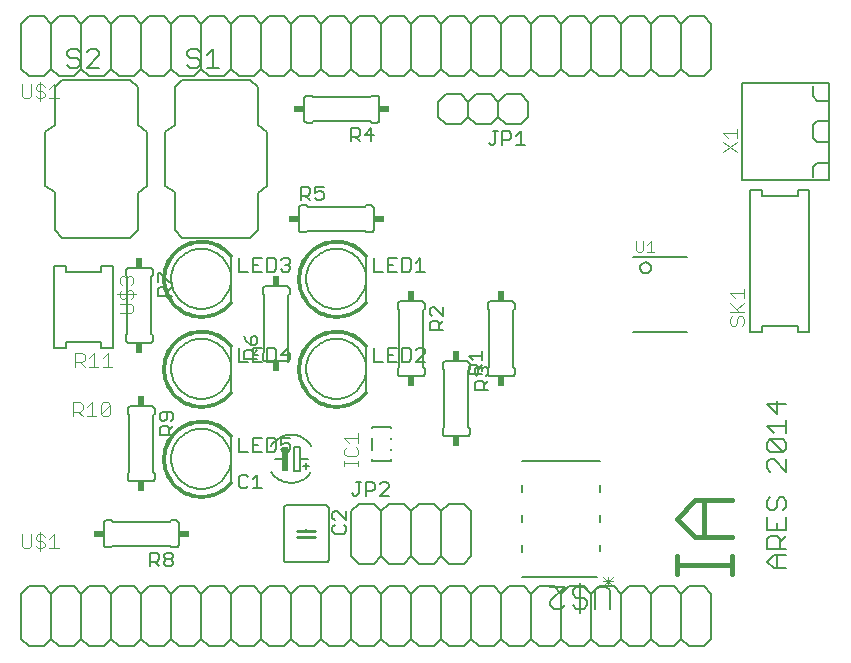
<source format=gto>
G75*
%MOIN*%
%OFA0B0*%
%FSLAX24Y24*%
%IPPOS*%
%LPD*%
%AMOC8*
5,1,8,0,0,1.08239X$1,22.5*
%
%ADD10C,0.0060*%
%ADD11C,0.0160*%
%ADD12C,0.0040*%
%ADD13C,0.0030*%
%ADD14C,0.0080*%
%ADD15C,0.0050*%
%ADD16R,0.0240X0.0340*%
%ADD17R,0.0200X0.0800*%
%ADD18C,0.0100*%
%ADD19C,0.0010*%
%ADD20C,0.0070*%
%ADD21R,0.0340X0.0240*%
D10*
X009503Y003357D02*
X009503Y004857D01*
X009753Y005107D01*
X010253Y005107D01*
X010503Y004857D01*
X010503Y003357D01*
X010753Y003107D01*
X011253Y003107D01*
X011503Y003357D01*
X011503Y004857D01*
X011753Y005107D01*
X012253Y005107D01*
X012503Y004857D01*
X012503Y003357D01*
X012753Y003107D01*
X013253Y003107D01*
X013503Y003357D01*
X013503Y004857D01*
X013753Y005107D01*
X014253Y005107D01*
X014503Y004857D01*
X014503Y003357D01*
X014753Y003107D01*
X015253Y003107D01*
X015503Y003357D01*
X015503Y004857D01*
X015753Y005107D01*
X016253Y005107D01*
X016503Y004857D01*
X016503Y003357D01*
X016253Y003107D01*
X015753Y003107D01*
X015503Y003357D01*
X014503Y003357D02*
X014253Y003107D01*
X013753Y003107D01*
X013503Y003357D01*
X012503Y003357D02*
X012253Y003107D01*
X011753Y003107D01*
X011503Y003357D01*
X010503Y003357D02*
X010253Y003107D01*
X009753Y003107D01*
X009503Y003357D01*
X010503Y004857D02*
X010753Y005107D01*
X011253Y005107D01*
X011503Y004857D01*
X012503Y004857D02*
X012753Y005107D01*
X013253Y005107D01*
X013503Y004857D01*
X014503Y004857D02*
X014753Y005107D01*
X015253Y005107D01*
X015503Y004857D01*
X016503Y004857D02*
X016753Y005107D01*
X017253Y005107D01*
X017503Y004857D01*
X017503Y003357D01*
X017253Y003107D01*
X016753Y003107D01*
X016503Y003357D01*
X017503Y003357D02*
X017753Y003107D01*
X018253Y003107D01*
X018503Y003357D01*
X018503Y004857D01*
X018753Y005107D01*
X019253Y005107D01*
X019503Y004857D01*
X019503Y003357D01*
X019253Y003107D01*
X018753Y003107D01*
X018503Y003357D01*
X019503Y003357D02*
X019753Y003107D01*
X020253Y003107D01*
X020503Y003357D01*
X020503Y004857D01*
X020753Y005107D01*
X021253Y005107D01*
X021503Y004857D01*
X021503Y003357D01*
X021253Y003107D01*
X020753Y003107D01*
X020503Y003357D01*
X021503Y003357D02*
X021753Y003107D01*
X022253Y003107D01*
X022503Y003357D01*
X022503Y004857D01*
X022753Y005107D01*
X023253Y005107D01*
X023503Y004857D01*
X023503Y003357D01*
X023253Y003107D01*
X022753Y003107D01*
X022503Y003357D01*
X023503Y003357D02*
X023753Y003107D01*
X024253Y003107D01*
X024503Y003357D01*
X024503Y004857D01*
X024753Y005107D01*
X025253Y005107D01*
X025503Y004857D01*
X025753Y005107D01*
X026253Y005107D01*
X026503Y004857D01*
X026753Y005107D01*
X027253Y005107D01*
X027503Y004857D01*
X027753Y005107D01*
X028253Y005107D01*
X028503Y004857D01*
X028753Y005107D01*
X029253Y005107D01*
X029503Y004857D01*
X029753Y005107D01*
X030253Y005107D01*
X030503Y004857D01*
X030753Y005107D01*
X031253Y005107D01*
X031503Y004857D01*
X031753Y005107D01*
X032253Y005107D01*
X032503Y004857D01*
X032503Y003357D01*
X032253Y003107D01*
X031753Y003107D01*
X031503Y003357D01*
X031503Y004857D01*
X030503Y004857D02*
X030503Y003357D01*
X030753Y003107D01*
X031253Y003107D01*
X031503Y003357D01*
X030503Y003357D02*
X030253Y003107D01*
X029753Y003107D01*
X029503Y003357D01*
X029503Y004857D01*
X028693Y005427D02*
X026203Y005427D01*
X026503Y004857D02*
X026503Y003357D01*
X026753Y003107D01*
X027253Y003107D01*
X027503Y003357D01*
X027753Y003107D01*
X028253Y003107D01*
X028503Y003357D01*
X028753Y003107D01*
X029253Y003107D01*
X029503Y003357D01*
X028503Y003357D02*
X028503Y004857D01*
X027503Y004857D02*
X027503Y003357D01*
X026503Y003357D02*
X026253Y003107D01*
X025753Y003107D01*
X025503Y003357D01*
X025503Y004857D01*
X024503Y004857D02*
X024253Y005107D01*
X023753Y005107D01*
X023503Y004857D01*
X022503Y004857D02*
X022253Y005107D01*
X021753Y005107D01*
X021503Y004857D01*
X020503Y004857D02*
X020253Y005107D01*
X019753Y005107D01*
X019503Y004857D01*
X018503Y004857D02*
X018253Y005107D01*
X017753Y005107D01*
X017503Y004857D01*
X018353Y005907D02*
X019653Y005907D01*
X019670Y005909D01*
X019687Y005913D01*
X019703Y005920D01*
X019717Y005930D01*
X019730Y005943D01*
X019740Y005957D01*
X019747Y005973D01*
X019751Y005990D01*
X019753Y006007D01*
X019753Y007707D01*
X019751Y007724D01*
X019747Y007741D01*
X019740Y007757D01*
X019730Y007771D01*
X019717Y007784D01*
X019703Y007794D01*
X019687Y007801D01*
X019670Y007805D01*
X019653Y007807D01*
X018353Y007807D01*
X018336Y007805D01*
X018319Y007801D01*
X018303Y007794D01*
X018289Y007784D01*
X018276Y007771D01*
X018266Y007757D01*
X018259Y007741D01*
X018255Y007724D01*
X018253Y007707D01*
X018253Y006007D01*
X018255Y005990D01*
X018259Y005973D01*
X018266Y005957D01*
X018276Y005943D01*
X018289Y005930D01*
X018303Y005920D01*
X018319Y005913D01*
X018336Y005909D01*
X018353Y005907D01*
X019003Y006707D02*
X019003Y006757D01*
X019003Y006957D02*
X019003Y007007D01*
X020503Y007607D02*
X020503Y006107D01*
X020753Y005857D01*
X021253Y005857D01*
X021503Y006107D01*
X021503Y007607D01*
X021753Y007857D01*
X022253Y007857D01*
X022503Y007607D01*
X022503Y006107D01*
X022753Y005857D01*
X023253Y005857D01*
X023503Y006107D01*
X023753Y005857D01*
X024253Y005857D01*
X024503Y006107D01*
X024503Y007607D01*
X024253Y007857D01*
X023753Y007857D01*
X023503Y007607D01*
X023503Y006107D01*
X022503Y006107D02*
X022253Y005857D01*
X021753Y005857D01*
X021503Y006107D01*
X021503Y007607D02*
X021253Y007857D01*
X020753Y007857D01*
X020503Y007607D01*
X022503Y007607D02*
X022753Y007857D01*
X023253Y007857D01*
X023503Y007607D01*
X021822Y009297D02*
X021184Y009297D01*
X021184Y009334D01*
X021184Y009651D02*
X021184Y010063D01*
X021184Y010380D02*
X021184Y010417D01*
X021822Y010417D01*
X021822Y010380D01*
X021822Y010063D02*
X021822Y010026D01*
X021822Y009689D02*
X021822Y009651D01*
X021822Y009334D02*
X021822Y009297D01*
X023553Y010207D02*
X023553Y010357D01*
X023603Y010407D01*
X023603Y012307D01*
X023553Y012357D01*
X023553Y012507D01*
X023555Y012524D01*
X023559Y012541D01*
X023566Y012557D01*
X023576Y012571D01*
X023589Y012584D01*
X023603Y012594D01*
X023619Y012601D01*
X023636Y012605D01*
X023653Y012607D01*
X024353Y012607D01*
X024370Y012605D01*
X024387Y012601D01*
X024403Y012594D01*
X024417Y012584D01*
X024430Y012571D01*
X024440Y012557D01*
X024447Y012541D01*
X024451Y012524D01*
X024453Y012507D01*
X024453Y012357D01*
X024403Y012307D01*
X024403Y010407D01*
X024453Y010357D01*
X024453Y010207D01*
X024451Y010190D01*
X024447Y010173D01*
X024440Y010157D01*
X024430Y010143D01*
X024417Y010130D01*
X024403Y010120D01*
X024387Y010113D01*
X024370Y010109D01*
X024353Y010107D01*
X023653Y010107D01*
X023636Y010109D01*
X023619Y010113D01*
X023603Y010120D01*
X023589Y010130D01*
X023576Y010143D01*
X023566Y010157D01*
X023559Y010173D01*
X023555Y010190D01*
X023553Y010207D01*
X022853Y012107D02*
X022153Y012107D01*
X022136Y012109D01*
X022119Y012113D01*
X022103Y012120D01*
X022089Y012130D01*
X022076Y012143D01*
X022066Y012157D01*
X022059Y012173D01*
X022055Y012190D01*
X022053Y012207D01*
X022053Y012357D01*
X022103Y012407D01*
X022103Y014307D01*
X022053Y014357D01*
X022053Y014507D01*
X022055Y014524D01*
X022059Y014541D01*
X022066Y014557D01*
X022076Y014571D01*
X022089Y014584D01*
X022103Y014594D01*
X022119Y014601D01*
X022136Y014605D01*
X022153Y014607D01*
X022853Y014607D01*
X022870Y014605D01*
X022887Y014601D01*
X022903Y014594D01*
X022917Y014584D01*
X022930Y014571D01*
X022940Y014557D01*
X022947Y014541D01*
X022951Y014524D01*
X022953Y014507D01*
X022953Y014357D01*
X022903Y014307D01*
X022903Y012407D01*
X022953Y012357D01*
X022953Y012207D01*
X022951Y012190D01*
X022947Y012173D01*
X022940Y012157D01*
X022930Y012143D01*
X022917Y012130D01*
X022903Y012120D01*
X022887Y012113D01*
X022870Y012109D01*
X022853Y012107D01*
X025053Y012207D02*
X025053Y012357D01*
X025103Y012407D01*
X025103Y014307D01*
X025053Y014357D01*
X025053Y014507D01*
X025055Y014524D01*
X025059Y014541D01*
X025066Y014557D01*
X025076Y014571D01*
X025089Y014584D01*
X025103Y014594D01*
X025119Y014601D01*
X025136Y014605D01*
X025153Y014607D01*
X025853Y014607D01*
X025870Y014605D01*
X025887Y014601D01*
X025903Y014594D01*
X025917Y014584D01*
X025930Y014571D01*
X025940Y014557D01*
X025947Y014541D01*
X025951Y014524D01*
X025953Y014507D01*
X025953Y014357D01*
X025903Y014307D01*
X025903Y012407D01*
X025953Y012357D01*
X025953Y012207D01*
X025951Y012190D01*
X025947Y012173D01*
X025940Y012157D01*
X025930Y012143D01*
X025917Y012130D01*
X025903Y012120D01*
X025887Y012113D01*
X025870Y012109D01*
X025853Y012107D01*
X025153Y012107D01*
X025136Y012109D01*
X025119Y012113D01*
X025103Y012120D01*
X025089Y012130D01*
X025076Y012143D01*
X025066Y012157D01*
X025059Y012173D01*
X025055Y012190D01*
X025053Y012207D01*
X026203Y009287D02*
X028803Y009287D01*
X028803Y008477D02*
X028803Y008237D01*
X028803Y007477D02*
X028803Y007237D01*
X028803Y006477D02*
X028803Y006287D01*
X026203Y006237D02*
X026203Y006477D01*
X026203Y007237D02*
X026203Y007477D01*
X026203Y008237D02*
X026203Y008477D01*
X019003Y012357D02*
X019005Y012420D01*
X019011Y012482D01*
X019021Y012544D01*
X019034Y012606D01*
X019052Y012666D01*
X019073Y012725D01*
X019098Y012783D01*
X019127Y012839D01*
X019159Y012893D01*
X019194Y012945D01*
X019232Y012994D01*
X019274Y013042D01*
X019318Y013086D01*
X019366Y013128D01*
X019415Y013166D01*
X019467Y013201D01*
X019521Y013233D01*
X019577Y013262D01*
X019635Y013287D01*
X019694Y013308D01*
X019754Y013326D01*
X019816Y013339D01*
X019878Y013349D01*
X019940Y013355D01*
X020003Y013357D01*
X020066Y013355D01*
X020128Y013349D01*
X020190Y013339D01*
X020252Y013326D01*
X020312Y013308D01*
X020371Y013287D01*
X020429Y013262D01*
X020485Y013233D01*
X020539Y013201D01*
X020591Y013166D01*
X020640Y013128D01*
X020688Y013086D01*
X020732Y013042D01*
X020774Y012994D01*
X020812Y012945D01*
X020847Y012893D01*
X020879Y012839D01*
X020908Y012783D01*
X020933Y012725D01*
X020954Y012666D01*
X020972Y012606D01*
X020985Y012544D01*
X020995Y012482D01*
X021001Y012420D01*
X021003Y012357D01*
X021001Y012294D01*
X020995Y012232D01*
X020985Y012170D01*
X020972Y012108D01*
X020954Y012048D01*
X020933Y011989D01*
X020908Y011931D01*
X020879Y011875D01*
X020847Y011821D01*
X020812Y011769D01*
X020774Y011720D01*
X020732Y011672D01*
X020688Y011628D01*
X020640Y011586D01*
X020591Y011548D01*
X020539Y011513D01*
X020485Y011481D01*
X020429Y011452D01*
X020371Y011427D01*
X020312Y011406D01*
X020252Y011388D01*
X020190Y011375D01*
X020128Y011365D01*
X020066Y011359D01*
X020003Y011357D01*
X019940Y011359D01*
X019878Y011365D01*
X019816Y011375D01*
X019754Y011388D01*
X019694Y011406D01*
X019635Y011427D01*
X019577Y011452D01*
X019521Y011481D01*
X019467Y011513D01*
X019415Y011548D01*
X019366Y011586D01*
X019318Y011628D01*
X019274Y011672D01*
X019232Y011720D01*
X019194Y011769D01*
X019159Y011821D01*
X019127Y011875D01*
X019098Y011931D01*
X019073Y011989D01*
X019052Y012048D01*
X019034Y012108D01*
X019021Y012170D01*
X019011Y012232D01*
X019005Y012294D01*
X019003Y012357D01*
X018453Y012707D02*
X018453Y012857D01*
X018403Y012907D01*
X018403Y014807D01*
X018453Y014857D01*
X018453Y015007D01*
X018451Y015024D01*
X018447Y015041D01*
X018440Y015057D01*
X018430Y015071D01*
X018417Y015084D01*
X018403Y015094D01*
X018387Y015101D01*
X018370Y015105D01*
X018353Y015107D01*
X017653Y015107D01*
X017636Y015105D01*
X017619Y015101D01*
X017603Y015094D01*
X017589Y015084D01*
X017576Y015071D01*
X017566Y015057D01*
X017559Y015041D01*
X017555Y015024D01*
X017553Y015007D01*
X017553Y014857D01*
X017603Y014807D01*
X017603Y012907D01*
X017553Y012857D01*
X017553Y012707D01*
X017555Y012690D01*
X017559Y012673D01*
X017566Y012657D01*
X017576Y012643D01*
X017589Y012630D01*
X017603Y012620D01*
X017619Y012613D01*
X017636Y012609D01*
X017653Y012607D01*
X018353Y012607D01*
X018370Y012609D01*
X018387Y012613D01*
X018403Y012620D01*
X018417Y012630D01*
X018430Y012643D01*
X018440Y012657D01*
X018447Y012673D01*
X018451Y012690D01*
X018453Y012707D01*
X014503Y012357D02*
X014505Y012420D01*
X014511Y012482D01*
X014521Y012544D01*
X014534Y012606D01*
X014552Y012666D01*
X014573Y012725D01*
X014598Y012783D01*
X014627Y012839D01*
X014659Y012893D01*
X014694Y012945D01*
X014732Y012994D01*
X014774Y013042D01*
X014818Y013086D01*
X014866Y013128D01*
X014915Y013166D01*
X014967Y013201D01*
X015021Y013233D01*
X015077Y013262D01*
X015135Y013287D01*
X015194Y013308D01*
X015254Y013326D01*
X015316Y013339D01*
X015378Y013349D01*
X015440Y013355D01*
X015503Y013357D01*
X015566Y013355D01*
X015628Y013349D01*
X015690Y013339D01*
X015752Y013326D01*
X015812Y013308D01*
X015871Y013287D01*
X015929Y013262D01*
X015985Y013233D01*
X016039Y013201D01*
X016091Y013166D01*
X016140Y013128D01*
X016188Y013086D01*
X016232Y013042D01*
X016274Y012994D01*
X016312Y012945D01*
X016347Y012893D01*
X016379Y012839D01*
X016408Y012783D01*
X016433Y012725D01*
X016454Y012666D01*
X016472Y012606D01*
X016485Y012544D01*
X016495Y012482D01*
X016501Y012420D01*
X016503Y012357D01*
X016501Y012294D01*
X016495Y012232D01*
X016485Y012170D01*
X016472Y012108D01*
X016454Y012048D01*
X016433Y011989D01*
X016408Y011931D01*
X016379Y011875D01*
X016347Y011821D01*
X016312Y011769D01*
X016274Y011720D01*
X016232Y011672D01*
X016188Y011628D01*
X016140Y011586D01*
X016091Y011548D01*
X016039Y011513D01*
X015985Y011481D01*
X015929Y011452D01*
X015871Y011427D01*
X015812Y011406D01*
X015752Y011388D01*
X015690Y011375D01*
X015628Y011365D01*
X015566Y011359D01*
X015503Y011357D01*
X015440Y011359D01*
X015378Y011365D01*
X015316Y011375D01*
X015254Y011388D01*
X015194Y011406D01*
X015135Y011427D01*
X015077Y011452D01*
X015021Y011481D01*
X014967Y011513D01*
X014915Y011548D01*
X014866Y011586D01*
X014818Y011628D01*
X014774Y011672D01*
X014732Y011720D01*
X014694Y011769D01*
X014659Y011821D01*
X014627Y011875D01*
X014598Y011931D01*
X014573Y011989D01*
X014552Y012048D01*
X014534Y012108D01*
X014521Y012170D01*
X014511Y012232D01*
X014505Y012294D01*
X014503Y012357D01*
X013794Y013221D02*
X013094Y013221D01*
X013077Y013223D01*
X013060Y013227D01*
X013044Y013234D01*
X013030Y013244D01*
X013017Y013257D01*
X013007Y013271D01*
X013000Y013287D01*
X012996Y013304D01*
X012994Y013321D01*
X012994Y013471D01*
X013044Y013521D01*
X013044Y015421D01*
X012994Y015471D01*
X012994Y015621D01*
X012996Y015638D01*
X013000Y015655D01*
X013007Y015671D01*
X013017Y015685D01*
X013030Y015698D01*
X013044Y015708D01*
X013060Y015715D01*
X013077Y015719D01*
X013094Y015721D01*
X013794Y015721D01*
X013811Y015719D01*
X013828Y015715D01*
X013844Y015708D01*
X013858Y015698D01*
X013871Y015685D01*
X013881Y015671D01*
X013888Y015655D01*
X013892Y015638D01*
X013894Y015621D01*
X013894Y015471D01*
X013844Y015421D01*
X013844Y013521D01*
X013894Y013471D01*
X013894Y013321D01*
X013892Y013304D01*
X013888Y013287D01*
X013881Y013271D01*
X013871Y013257D01*
X013858Y013244D01*
X013844Y013234D01*
X013828Y013227D01*
X013811Y013223D01*
X013794Y013221D01*
X014503Y015357D02*
X014505Y015420D01*
X014511Y015482D01*
X014521Y015544D01*
X014534Y015606D01*
X014552Y015666D01*
X014573Y015725D01*
X014598Y015783D01*
X014627Y015839D01*
X014659Y015893D01*
X014694Y015945D01*
X014732Y015994D01*
X014774Y016042D01*
X014818Y016086D01*
X014866Y016128D01*
X014915Y016166D01*
X014967Y016201D01*
X015021Y016233D01*
X015077Y016262D01*
X015135Y016287D01*
X015194Y016308D01*
X015254Y016326D01*
X015316Y016339D01*
X015378Y016349D01*
X015440Y016355D01*
X015503Y016357D01*
X015566Y016355D01*
X015628Y016349D01*
X015690Y016339D01*
X015752Y016326D01*
X015812Y016308D01*
X015871Y016287D01*
X015929Y016262D01*
X015985Y016233D01*
X016039Y016201D01*
X016091Y016166D01*
X016140Y016128D01*
X016188Y016086D01*
X016232Y016042D01*
X016274Y015994D01*
X016312Y015945D01*
X016347Y015893D01*
X016379Y015839D01*
X016408Y015783D01*
X016433Y015725D01*
X016454Y015666D01*
X016472Y015606D01*
X016485Y015544D01*
X016495Y015482D01*
X016501Y015420D01*
X016503Y015357D01*
X016501Y015294D01*
X016495Y015232D01*
X016485Y015170D01*
X016472Y015108D01*
X016454Y015048D01*
X016433Y014989D01*
X016408Y014931D01*
X016379Y014875D01*
X016347Y014821D01*
X016312Y014769D01*
X016274Y014720D01*
X016232Y014672D01*
X016188Y014628D01*
X016140Y014586D01*
X016091Y014548D01*
X016039Y014513D01*
X015985Y014481D01*
X015929Y014452D01*
X015871Y014427D01*
X015812Y014406D01*
X015752Y014388D01*
X015690Y014375D01*
X015628Y014365D01*
X015566Y014359D01*
X015503Y014357D01*
X015440Y014359D01*
X015378Y014365D01*
X015316Y014375D01*
X015254Y014388D01*
X015194Y014406D01*
X015135Y014427D01*
X015077Y014452D01*
X015021Y014481D01*
X014967Y014513D01*
X014915Y014548D01*
X014866Y014586D01*
X014818Y014628D01*
X014774Y014672D01*
X014732Y014720D01*
X014694Y014769D01*
X014659Y014821D01*
X014627Y014875D01*
X014598Y014931D01*
X014573Y014989D01*
X014552Y015048D01*
X014534Y015108D01*
X014521Y015170D01*
X014511Y015232D01*
X014505Y015294D01*
X014503Y015357D01*
X014873Y016727D02*
X014623Y016977D01*
X014623Y018247D01*
X014303Y018457D01*
X014303Y020257D01*
X014623Y020487D01*
X014623Y021737D01*
X014873Y021987D01*
X017133Y021987D01*
X017383Y021737D01*
X017383Y020487D01*
X017703Y020257D01*
X017703Y018457D01*
X017383Y018227D01*
X017383Y016977D01*
X017133Y016727D01*
X014873Y016727D01*
X013383Y016977D02*
X013383Y018227D01*
X013703Y018457D01*
X013703Y020257D01*
X013383Y020487D01*
X013383Y021737D01*
X013133Y021987D01*
X010873Y021987D01*
X010623Y021737D01*
X010623Y020487D01*
X010303Y020257D01*
X010303Y018457D01*
X010623Y018247D01*
X010623Y016977D01*
X010873Y016727D01*
X013133Y016727D01*
X013383Y016977D01*
X018753Y017007D02*
X018753Y017707D01*
X018755Y017724D01*
X018759Y017741D01*
X018766Y017757D01*
X018776Y017771D01*
X018789Y017784D01*
X018803Y017794D01*
X018819Y017801D01*
X018836Y017805D01*
X018853Y017807D01*
X019003Y017807D01*
X019053Y017757D01*
X020953Y017757D01*
X021003Y017807D01*
X021153Y017807D01*
X021170Y017805D01*
X021187Y017801D01*
X021203Y017794D01*
X021217Y017784D01*
X021230Y017771D01*
X021240Y017757D01*
X021247Y017741D01*
X021251Y017724D01*
X021253Y017707D01*
X021253Y017007D01*
X021251Y016990D01*
X021247Y016973D01*
X021240Y016957D01*
X021230Y016943D01*
X021217Y016930D01*
X021203Y016920D01*
X021187Y016913D01*
X021170Y016909D01*
X021153Y016907D01*
X021003Y016907D01*
X020953Y016957D01*
X019053Y016957D01*
X019003Y016907D01*
X018853Y016907D01*
X018836Y016909D01*
X018819Y016913D01*
X018803Y016920D01*
X018789Y016930D01*
X018776Y016943D01*
X018766Y016957D01*
X018759Y016973D01*
X018755Y016990D01*
X018753Y017007D01*
X019003Y015357D02*
X019005Y015420D01*
X019011Y015482D01*
X019021Y015544D01*
X019034Y015606D01*
X019052Y015666D01*
X019073Y015725D01*
X019098Y015783D01*
X019127Y015839D01*
X019159Y015893D01*
X019194Y015945D01*
X019232Y015994D01*
X019274Y016042D01*
X019318Y016086D01*
X019366Y016128D01*
X019415Y016166D01*
X019467Y016201D01*
X019521Y016233D01*
X019577Y016262D01*
X019635Y016287D01*
X019694Y016308D01*
X019754Y016326D01*
X019816Y016339D01*
X019878Y016349D01*
X019940Y016355D01*
X020003Y016357D01*
X020066Y016355D01*
X020128Y016349D01*
X020190Y016339D01*
X020252Y016326D01*
X020312Y016308D01*
X020371Y016287D01*
X020429Y016262D01*
X020485Y016233D01*
X020539Y016201D01*
X020591Y016166D01*
X020640Y016128D01*
X020688Y016086D01*
X020732Y016042D01*
X020774Y015994D01*
X020812Y015945D01*
X020847Y015893D01*
X020879Y015839D01*
X020908Y015783D01*
X020933Y015725D01*
X020954Y015666D01*
X020972Y015606D01*
X020985Y015544D01*
X020995Y015482D01*
X021001Y015420D01*
X021003Y015357D01*
X021001Y015294D01*
X020995Y015232D01*
X020985Y015170D01*
X020972Y015108D01*
X020954Y015048D01*
X020933Y014989D01*
X020908Y014931D01*
X020879Y014875D01*
X020847Y014821D01*
X020812Y014769D01*
X020774Y014720D01*
X020732Y014672D01*
X020688Y014628D01*
X020640Y014586D01*
X020591Y014548D01*
X020539Y014513D01*
X020485Y014481D01*
X020429Y014452D01*
X020371Y014427D01*
X020312Y014406D01*
X020252Y014388D01*
X020190Y014375D01*
X020128Y014365D01*
X020066Y014359D01*
X020003Y014357D01*
X019940Y014359D01*
X019878Y014365D01*
X019816Y014375D01*
X019754Y014388D01*
X019694Y014406D01*
X019635Y014427D01*
X019577Y014452D01*
X019521Y014481D01*
X019467Y014513D01*
X019415Y014548D01*
X019366Y014586D01*
X019318Y014628D01*
X019274Y014672D01*
X019232Y014720D01*
X019194Y014769D01*
X019159Y014821D01*
X019127Y014875D01*
X019098Y014931D01*
X019073Y014989D01*
X019052Y015048D01*
X019034Y015108D01*
X019021Y015170D01*
X019011Y015232D01*
X019005Y015294D01*
X019003Y015357D01*
X013953Y011007D02*
X013953Y010857D01*
X013903Y010807D01*
X013903Y008907D01*
X013953Y008857D01*
X013953Y008707D01*
X013951Y008690D01*
X013947Y008673D01*
X013940Y008657D01*
X013930Y008643D01*
X013917Y008630D01*
X013903Y008620D01*
X013887Y008613D01*
X013870Y008609D01*
X013853Y008607D01*
X013153Y008607D01*
X013136Y008609D01*
X013119Y008613D01*
X013103Y008620D01*
X013089Y008630D01*
X013076Y008643D01*
X013066Y008657D01*
X013059Y008673D01*
X013055Y008690D01*
X013053Y008707D01*
X013053Y008857D01*
X013103Y008907D01*
X013103Y010807D01*
X013053Y010857D01*
X013053Y011007D01*
X013055Y011024D01*
X013059Y011041D01*
X013066Y011057D01*
X013076Y011071D01*
X013089Y011084D01*
X013103Y011094D01*
X013119Y011101D01*
X013136Y011105D01*
X013153Y011107D01*
X013853Y011107D01*
X013870Y011105D01*
X013887Y011101D01*
X013903Y011094D01*
X013917Y011084D01*
X013930Y011071D01*
X013940Y011057D01*
X013947Y011041D01*
X013951Y011024D01*
X013953Y011007D01*
X014503Y009357D02*
X014505Y009420D01*
X014511Y009482D01*
X014521Y009544D01*
X014534Y009606D01*
X014552Y009666D01*
X014573Y009725D01*
X014598Y009783D01*
X014627Y009839D01*
X014659Y009893D01*
X014694Y009945D01*
X014732Y009994D01*
X014774Y010042D01*
X014818Y010086D01*
X014866Y010128D01*
X014915Y010166D01*
X014967Y010201D01*
X015021Y010233D01*
X015077Y010262D01*
X015135Y010287D01*
X015194Y010308D01*
X015254Y010326D01*
X015316Y010339D01*
X015378Y010349D01*
X015440Y010355D01*
X015503Y010357D01*
X015566Y010355D01*
X015628Y010349D01*
X015690Y010339D01*
X015752Y010326D01*
X015812Y010308D01*
X015871Y010287D01*
X015929Y010262D01*
X015985Y010233D01*
X016039Y010201D01*
X016091Y010166D01*
X016140Y010128D01*
X016188Y010086D01*
X016232Y010042D01*
X016274Y009994D01*
X016312Y009945D01*
X016347Y009893D01*
X016379Y009839D01*
X016408Y009783D01*
X016433Y009725D01*
X016454Y009666D01*
X016472Y009606D01*
X016485Y009544D01*
X016495Y009482D01*
X016501Y009420D01*
X016503Y009357D01*
X016501Y009294D01*
X016495Y009232D01*
X016485Y009170D01*
X016472Y009108D01*
X016454Y009048D01*
X016433Y008989D01*
X016408Y008931D01*
X016379Y008875D01*
X016347Y008821D01*
X016312Y008769D01*
X016274Y008720D01*
X016232Y008672D01*
X016188Y008628D01*
X016140Y008586D01*
X016091Y008548D01*
X016039Y008513D01*
X015985Y008481D01*
X015929Y008452D01*
X015871Y008427D01*
X015812Y008406D01*
X015752Y008388D01*
X015690Y008375D01*
X015628Y008365D01*
X015566Y008359D01*
X015503Y008357D01*
X015440Y008359D01*
X015378Y008365D01*
X015316Y008375D01*
X015254Y008388D01*
X015194Y008406D01*
X015135Y008427D01*
X015077Y008452D01*
X015021Y008481D01*
X014967Y008513D01*
X014915Y008548D01*
X014866Y008586D01*
X014818Y008628D01*
X014774Y008672D01*
X014732Y008720D01*
X014694Y008769D01*
X014659Y008821D01*
X014627Y008875D01*
X014598Y008931D01*
X014573Y008989D01*
X014552Y009048D01*
X014534Y009108D01*
X014521Y009170D01*
X014511Y009232D01*
X014505Y009294D01*
X014503Y009357D01*
X014503Y007307D02*
X014453Y007257D01*
X012553Y007257D01*
X012503Y007307D01*
X012353Y007307D01*
X012336Y007305D01*
X012319Y007301D01*
X012303Y007294D01*
X012289Y007284D01*
X012276Y007271D01*
X012266Y007257D01*
X012259Y007241D01*
X012255Y007224D01*
X012253Y007207D01*
X012253Y006507D01*
X012255Y006490D01*
X012259Y006473D01*
X012266Y006457D01*
X012276Y006443D01*
X012289Y006430D01*
X012303Y006420D01*
X012319Y006413D01*
X012336Y006409D01*
X012353Y006407D01*
X012503Y006407D01*
X012553Y006457D01*
X014453Y006457D01*
X014503Y006407D01*
X014653Y006407D01*
X014670Y006409D01*
X014687Y006413D01*
X014703Y006420D01*
X014717Y006430D01*
X014730Y006443D01*
X014740Y006457D01*
X014747Y006473D01*
X014751Y006490D01*
X014753Y006507D01*
X014753Y007207D01*
X014751Y007224D01*
X014747Y007241D01*
X014740Y007257D01*
X014730Y007271D01*
X014717Y007284D01*
X014703Y007294D01*
X014687Y007301D01*
X014670Y007305D01*
X014653Y007307D01*
X014503Y007307D01*
X017953Y009357D02*
X018253Y009357D01*
X017834Y009796D02*
X017866Y009841D01*
X017900Y009883D01*
X017938Y009923D01*
X017977Y009960D01*
X018020Y009995D01*
X018064Y010026D01*
X018111Y010054D01*
X018160Y010080D01*
X018210Y010101D01*
X018261Y010120D01*
X018314Y010134D01*
X018367Y010145D01*
X018421Y010153D01*
X018476Y010157D01*
X018530Y010157D01*
X018585Y010153D01*
X018639Y010145D01*
X018692Y010134D01*
X018745Y010120D01*
X018796Y010101D01*
X018846Y010080D01*
X018895Y010054D01*
X018942Y010026D01*
X018986Y009995D01*
X019029Y009960D01*
X019068Y009923D01*
X019106Y009883D01*
X019140Y009841D01*
X019172Y009796D01*
X018803Y009757D02*
X018603Y009757D01*
X018603Y008957D01*
X018803Y008957D01*
X018803Y009357D01*
X018803Y009757D01*
X018803Y009357D02*
X019053Y009357D01*
X019003Y009207D02*
X019003Y009007D01*
X019103Y009107D02*
X018903Y009107D01*
X019172Y008918D02*
X019140Y008873D01*
X019106Y008831D01*
X019068Y008791D01*
X019029Y008754D01*
X018986Y008719D01*
X018942Y008688D01*
X018895Y008660D01*
X018846Y008634D01*
X018796Y008613D01*
X018745Y008594D01*
X018692Y008580D01*
X018639Y008569D01*
X018585Y008561D01*
X018530Y008557D01*
X018476Y008557D01*
X018421Y008561D01*
X018367Y008569D01*
X018314Y008580D01*
X018261Y008594D01*
X018210Y008613D01*
X018160Y008634D01*
X018111Y008660D01*
X018064Y008688D01*
X018020Y008719D01*
X017977Y008754D01*
X017938Y008791D01*
X017900Y008831D01*
X017866Y008873D01*
X017834Y008918D01*
X024503Y003357D02*
X024753Y003107D01*
X025253Y003107D01*
X025503Y003357D01*
X034372Y005924D02*
X034585Y006137D01*
X035012Y006137D01*
X035012Y006355D02*
X034372Y006355D01*
X034372Y006675D01*
X034478Y006782D01*
X034692Y006782D01*
X034799Y006675D01*
X034799Y006355D01*
X034799Y006568D02*
X035012Y006782D01*
X035012Y006999D02*
X035012Y007426D01*
X034905Y007644D02*
X035012Y007750D01*
X035012Y007964D01*
X034905Y008071D01*
X034799Y008071D01*
X034692Y007964D01*
X034692Y007750D01*
X034585Y007644D01*
X034478Y007644D01*
X034372Y007750D01*
X034372Y007964D01*
X034478Y008071D01*
X034372Y007426D02*
X034372Y006999D01*
X035012Y006999D01*
X034692Y006999D02*
X034692Y007213D01*
X034692Y006137D02*
X034692Y005710D01*
X034585Y005710D02*
X034372Y005924D01*
X034585Y005710D02*
X035012Y005710D01*
X035012Y008933D02*
X034585Y009360D01*
X034478Y009360D01*
X034372Y009253D01*
X034372Y009040D01*
X034478Y008933D01*
X035012Y008933D02*
X035012Y009360D01*
X034905Y009577D02*
X034478Y009577D01*
X034372Y009684D01*
X034372Y009898D01*
X034478Y010004D01*
X034905Y009577D01*
X035012Y009684D01*
X035012Y009898D01*
X034905Y010004D01*
X034478Y010004D01*
X034585Y010222D02*
X034372Y010435D01*
X035012Y010435D01*
X035012Y010222D02*
X035012Y010649D01*
X034692Y010866D02*
X034692Y011293D01*
X035012Y011187D02*
X034372Y011187D01*
X034692Y010866D01*
X031693Y013584D02*
X029895Y013584D01*
X030134Y015726D02*
X030136Y015752D01*
X030142Y015778D01*
X030151Y015802D01*
X030164Y015825D01*
X030180Y015846D01*
X030199Y015864D01*
X030220Y015880D01*
X030244Y015892D01*
X030268Y015900D01*
X030294Y015905D01*
X030321Y015906D01*
X030347Y015903D01*
X030372Y015896D01*
X030396Y015886D01*
X030419Y015872D01*
X030439Y015856D01*
X030456Y015836D01*
X030471Y015814D01*
X030482Y015790D01*
X030490Y015765D01*
X030494Y015739D01*
X030494Y015713D01*
X030490Y015687D01*
X030482Y015662D01*
X030471Y015638D01*
X030456Y015616D01*
X030439Y015596D01*
X030419Y015580D01*
X030396Y015566D01*
X030372Y015556D01*
X030347Y015549D01*
X030321Y015546D01*
X030294Y015547D01*
X030268Y015552D01*
X030244Y015560D01*
X030220Y015572D01*
X030199Y015588D01*
X030180Y015606D01*
X030164Y015627D01*
X030151Y015650D01*
X030142Y015674D01*
X030136Y015700D01*
X030134Y015726D01*
X029895Y016076D02*
X031693Y016076D01*
X026408Y020765D02*
X026158Y020515D01*
X025658Y020515D01*
X025408Y020765D01*
X025158Y020515D01*
X024658Y020515D01*
X024408Y020765D01*
X024158Y020515D01*
X023658Y020515D01*
X023408Y020765D01*
X023408Y021265D01*
X023658Y021515D01*
X024158Y021515D01*
X024408Y021265D01*
X024658Y021515D01*
X025158Y021515D01*
X025408Y021265D01*
X025658Y021515D01*
X026158Y021515D01*
X026408Y021265D01*
X026408Y020765D01*
X025408Y020765D02*
X025408Y021265D01*
X024408Y021265D02*
X024408Y020765D01*
X024253Y022107D02*
X023753Y022107D01*
X023503Y022357D01*
X023503Y023857D01*
X023753Y024107D01*
X024253Y024107D01*
X024503Y023857D01*
X024503Y022357D01*
X024253Y022107D01*
X024503Y022357D02*
X024753Y022107D01*
X025253Y022107D01*
X025503Y022357D01*
X025753Y022107D01*
X026253Y022107D01*
X026503Y022357D01*
X026753Y022107D01*
X027253Y022107D01*
X027503Y022357D01*
X027753Y022107D01*
X028253Y022107D01*
X028503Y022357D01*
X028753Y022107D01*
X029253Y022107D01*
X029503Y022357D01*
X029753Y022107D01*
X030253Y022107D01*
X030503Y022357D01*
X030753Y022107D01*
X031253Y022107D01*
X031503Y022357D01*
X031753Y022107D01*
X032253Y022107D01*
X032503Y022357D01*
X032503Y023857D01*
X032253Y024107D01*
X031753Y024107D01*
X031503Y023857D01*
X031503Y022357D01*
X030503Y022357D02*
X030503Y023857D01*
X030753Y024107D01*
X031253Y024107D01*
X031503Y023857D01*
X030503Y023857D02*
X030253Y024107D01*
X029753Y024107D01*
X029503Y023857D01*
X029503Y022357D01*
X028503Y022357D02*
X028503Y023857D01*
X028753Y024107D01*
X029253Y024107D01*
X029503Y023857D01*
X028503Y023857D02*
X028253Y024107D01*
X027753Y024107D01*
X027503Y023857D01*
X027503Y022357D01*
X026503Y022357D02*
X026503Y023857D01*
X026753Y024107D01*
X027253Y024107D01*
X027503Y023857D01*
X026503Y023857D02*
X026253Y024107D01*
X025753Y024107D01*
X025503Y023857D01*
X025503Y022357D01*
X025503Y023857D02*
X025253Y024107D01*
X024753Y024107D01*
X024503Y023857D01*
X023503Y023857D02*
X023253Y024107D01*
X022753Y024107D01*
X022503Y023857D01*
X022503Y022357D01*
X022253Y022107D01*
X021753Y022107D01*
X021503Y022357D01*
X021503Y023857D01*
X021753Y024107D01*
X022253Y024107D01*
X022503Y023857D01*
X021503Y023857D02*
X021253Y024107D01*
X020753Y024107D01*
X020503Y023857D01*
X020503Y022357D01*
X020253Y022107D01*
X019753Y022107D01*
X019503Y022357D01*
X019503Y023857D01*
X019753Y024107D01*
X020253Y024107D01*
X020503Y023857D01*
X019503Y023857D02*
X019253Y024107D01*
X018753Y024107D01*
X018503Y023857D01*
X018503Y022357D01*
X018253Y022107D01*
X017753Y022107D01*
X017503Y022357D01*
X017503Y023857D01*
X017753Y024107D01*
X018253Y024107D01*
X018503Y023857D01*
X017503Y023857D02*
X017253Y024107D01*
X016753Y024107D01*
X016503Y023857D01*
X016503Y022357D01*
X016253Y022107D01*
X015753Y022107D01*
X015503Y022357D01*
X015503Y023857D01*
X015753Y024107D01*
X016253Y024107D01*
X016503Y023857D01*
X015503Y023857D02*
X015253Y024107D01*
X014753Y024107D01*
X014503Y023857D01*
X014503Y022357D01*
X014753Y022107D01*
X015253Y022107D01*
X015503Y022357D01*
X014503Y022357D02*
X014253Y022107D01*
X013753Y022107D01*
X013503Y022357D01*
X013503Y023857D01*
X013753Y024107D01*
X014253Y024107D01*
X014503Y023857D01*
X013503Y023857D02*
X013253Y024107D01*
X012753Y024107D01*
X012503Y023857D01*
X012503Y022357D01*
X012753Y022107D01*
X013253Y022107D01*
X013503Y022357D01*
X012503Y022357D02*
X012253Y022107D01*
X011753Y022107D01*
X011503Y022357D01*
X011503Y023857D01*
X011753Y024107D01*
X012253Y024107D01*
X012503Y023857D01*
X011503Y023857D02*
X011253Y024107D01*
X010753Y024107D01*
X010503Y023857D01*
X010503Y022357D01*
X010753Y022107D01*
X011253Y022107D01*
X011503Y022357D01*
X010503Y022357D02*
X010253Y022107D01*
X009753Y022107D01*
X009503Y022357D01*
X009503Y023857D01*
X009753Y024107D01*
X010253Y024107D01*
X010503Y023857D01*
X016503Y022357D02*
X016753Y022107D01*
X017253Y022107D01*
X017503Y022357D01*
X018503Y022357D02*
X018753Y022107D01*
X019253Y022107D01*
X019503Y022357D01*
X019188Y021461D02*
X019038Y021461D01*
X019021Y021459D01*
X019004Y021455D01*
X018988Y021448D01*
X018974Y021438D01*
X018961Y021425D01*
X018951Y021411D01*
X018944Y021395D01*
X018940Y021378D01*
X018938Y021361D01*
X018938Y020661D01*
X018940Y020644D01*
X018944Y020627D01*
X018951Y020611D01*
X018961Y020597D01*
X018974Y020584D01*
X018988Y020574D01*
X019004Y020567D01*
X019021Y020563D01*
X019038Y020561D01*
X019188Y020561D01*
X019238Y020611D01*
X021138Y020611D01*
X021188Y020561D01*
X021338Y020561D01*
X021355Y020563D01*
X021372Y020567D01*
X021388Y020574D01*
X021402Y020584D01*
X021415Y020597D01*
X021425Y020611D01*
X021432Y020627D01*
X021436Y020644D01*
X021438Y020661D01*
X021438Y021361D01*
X021436Y021378D01*
X021432Y021395D01*
X021425Y021411D01*
X021415Y021425D01*
X021402Y021438D01*
X021388Y021448D01*
X021372Y021455D01*
X021355Y021459D01*
X021338Y021461D01*
X021188Y021461D01*
X021138Y021411D01*
X019238Y021411D01*
X019188Y021461D01*
X020503Y022357D02*
X020753Y022107D01*
X021253Y022107D01*
X021503Y022357D01*
X022503Y022357D02*
X022753Y022107D01*
X023253Y022107D01*
X023503Y022357D01*
D11*
X031971Y007971D02*
X033198Y007971D01*
X032278Y007971D02*
X032278Y006744D01*
X031971Y006744D02*
X031357Y007357D01*
X031971Y007971D01*
X031971Y006744D02*
X033198Y006744D01*
X033198Y006130D02*
X033198Y005516D01*
X033198Y005823D02*
X031357Y005823D01*
X031357Y005516D02*
X031357Y006130D01*
D12*
X033209Y013796D02*
X033133Y013873D01*
X033133Y014027D01*
X033209Y014103D01*
X033133Y014257D02*
X033593Y014257D01*
X033440Y014257D02*
X033133Y014564D01*
X033286Y014717D02*
X033133Y014871D01*
X033593Y014871D01*
X033593Y015024D02*
X033593Y014717D01*
X033593Y014564D02*
X033363Y014334D01*
X033440Y014103D02*
X033516Y014103D01*
X033593Y014027D01*
X033593Y013873D01*
X033516Y013796D01*
X033363Y013873D02*
X033363Y014027D01*
X033440Y014103D01*
X033363Y013873D02*
X033286Y013796D01*
X033209Y013796D01*
X030603Y016246D02*
X030362Y016246D01*
X030483Y016246D02*
X030483Y016606D01*
X030362Y016486D01*
X030234Y016606D02*
X030234Y016306D01*
X030174Y016246D01*
X030054Y016246D01*
X029994Y016306D01*
X029994Y016606D01*
X032912Y019598D02*
X033373Y019905D01*
X033373Y020058D02*
X033373Y020365D01*
X033373Y020211D02*
X032912Y020211D01*
X033066Y020058D01*
X032912Y019905D02*
X033373Y019598D01*
X020733Y010201D02*
X020733Y009894D01*
X020733Y010048D02*
X020272Y010048D01*
X020426Y009894D01*
X020349Y009741D02*
X020272Y009664D01*
X020272Y009511D01*
X020349Y009434D01*
X020656Y009434D01*
X020733Y009511D01*
X020733Y009664D01*
X020656Y009741D01*
X020733Y009281D02*
X020733Y009127D01*
X020733Y009204D02*
X020272Y009204D01*
X020272Y009127D02*
X020272Y009281D01*
X013247Y014299D02*
X013247Y014453D01*
X013170Y014529D01*
X012786Y014529D01*
X012863Y014683D02*
X012786Y014759D01*
X012786Y014913D01*
X012863Y014990D01*
X012863Y015143D02*
X012786Y015220D01*
X012786Y015373D01*
X012863Y015450D01*
X012940Y015450D01*
X013016Y015373D01*
X013093Y015450D01*
X013170Y015450D01*
X013247Y015373D01*
X013247Y015220D01*
X013170Y015143D01*
X013170Y014990D02*
X013093Y014990D01*
X013016Y014913D01*
X013016Y014759D01*
X012940Y014683D01*
X012863Y014683D01*
X012709Y014836D02*
X013323Y014836D01*
X013247Y014759D02*
X013247Y014913D01*
X013170Y014990D01*
X013247Y014759D02*
X013170Y014683D01*
X013247Y014299D02*
X013170Y014222D01*
X012786Y014222D01*
X013016Y015297D02*
X013016Y015373D01*
X012383Y012885D02*
X012383Y012424D01*
X012536Y012424D02*
X012229Y012424D01*
X012076Y012424D02*
X011769Y012424D01*
X011922Y012424D02*
X011922Y012885D01*
X011769Y012731D01*
X011615Y012655D02*
X011538Y012578D01*
X011308Y012578D01*
X011308Y012424D02*
X011308Y012885D01*
X011538Y012885D01*
X011615Y012808D01*
X011615Y012655D01*
X011462Y012578D02*
X011615Y012424D01*
X012229Y012731D02*
X012383Y012885D01*
X012392Y011235D02*
X012469Y011158D01*
X012162Y010852D01*
X012239Y010775D01*
X012392Y010775D01*
X012469Y010852D01*
X012469Y011158D01*
X012392Y011235D02*
X012239Y011235D01*
X012162Y011158D01*
X012162Y010852D01*
X012009Y010775D02*
X011702Y010775D01*
X011855Y010775D02*
X011855Y011235D01*
X011702Y011082D01*
X011548Y011158D02*
X011548Y011005D01*
X011472Y010928D01*
X011241Y010928D01*
X011241Y010775D02*
X011241Y011235D01*
X011472Y011235D01*
X011548Y011158D01*
X011395Y010928D02*
X011548Y010775D01*
X010137Y006914D02*
X010137Y006300D01*
X010213Y006377D02*
X010290Y006454D01*
X010290Y006531D01*
X010213Y006607D01*
X010060Y006607D01*
X009983Y006684D01*
X009983Y006761D01*
X010060Y006838D01*
X010213Y006838D01*
X010290Y006761D01*
X010444Y006684D02*
X010597Y006838D01*
X010597Y006377D01*
X010444Y006377D02*
X010751Y006377D01*
X010213Y006377D02*
X010060Y006377D01*
X009983Y006454D01*
X009830Y006454D02*
X009830Y006838D01*
X009523Y006838D02*
X009523Y006454D01*
X009600Y006377D01*
X009753Y006377D01*
X009830Y006454D01*
X010137Y021300D02*
X010137Y021914D01*
X010213Y021838D02*
X010290Y021761D01*
X010213Y021838D02*
X010060Y021838D01*
X009983Y021761D01*
X009983Y021684D01*
X010060Y021607D01*
X010213Y021607D01*
X010290Y021531D01*
X010290Y021454D01*
X010213Y021377D01*
X010060Y021377D01*
X009983Y021454D01*
X009830Y021454D02*
X009830Y021838D01*
X009523Y021838D02*
X009523Y021454D01*
X009600Y021377D01*
X009753Y021377D01*
X009830Y021454D01*
X010444Y021377D02*
X010751Y021377D01*
X010597Y021377D02*
X010597Y021838D01*
X010444Y021684D01*
D13*
X028904Y005424D02*
X029218Y005110D01*
X029218Y005267D02*
X028904Y005267D01*
X028904Y005110D02*
X029218Y005424D01*
X029061Y005424D02*
X029061Y005110D01*
D14*
X029009Y005097D02*
X028763Y005097D01*
X028639Y004974D01*
X028639Y004357D01*
X028378Y004480D02*
X028378Y004603D01*
X028254Y004727D01*
X028007Y004727D01*
X027884Y004850D01*
X027884Y004974D01*
X028007Y005097D01*
X028254Y005097D01*
X028378Y004974D01*
X028131Y005221D02*
X028131Y004233D01*
X028254Y004357D02*
X028007Y004357D01*
X027884Y004480D01*
X027623Y004480D02*
X027499Y004357D01*
X027252Y004357D01*
X027129Y004480D01*
X027129Y004603D01*
X027623Y005097D01*
X027129Y005097D01*
X028254Y004357D02*
X028378Y004480D01*
X029133Y004357D02*
X029133Y004974D01*
X029009Y005097D01*
X021003Y011607D02*
X021003Y013107D01*
X021003Y014607D02*
X021003Y016107D01*
X016503Y016107D02*
X016503Y014607D01*
X016503Y013107D02*
X016503Y011607D01*
X016503Y010107D02*
X016503Y008607D01*
X033530Y018652D02*
X036444Y018652D01*
X036444Y021881D01*
X033530Y021881D01*
X033530Y018652D01*
X035902Y018751D02*
X035902Y019095D01*
X036040Y019233D01*
X036385Y019233D01*
X036385Y019922D02*
X036040Y019922D01*
X035902Y020060D01*
X035902Y020473D01*
X036040Y020611D01*
X036385Y020611D01*
X036385Y021300D02*
X036040Y021300D01*
X035902Y021438D01*
X035902Y021782D01*
D15*
X035778Y018304D02*
X035385Y018304D01*
X035385Y018107D01*
X034204Y018107D01*
X034204Y018304D01*
X033810Y018304D01*
X033810Y013580D01*
X034204Y013580D01*
X034204Y013776D01*
X035385Y013776D01*
X035385Y013580D01*
X035778Y013580D01*
X035778Y018304D01*
X026303Y019820D02*
X026003Y019820D01*
X026153Y019820D02*
X026153Y020270D01*
X026003Y020120D01*
X025843Y020195D02*
X025843Y020045D01*
X025768Y019970D01*
X025543Y019970D01*
X025543Y019820D02*
X025543Y020270D01*
X025768Y020270D01*
X025843Y020195D01*
X025382Y020270D02*
X025232Y020270D01*
X025307Y020270D02*
X025307Y019895D01*
X025232Y019820D01*
X025157Y019820D01*
X025082Y019895D01*
X021253Y020161D02*
X020952Y020161D01*
X021178Y020386D01*
X021178Y019936D01*
X020792Y019936D02*
X020642Y020086D01*
X020717Y020086D02*
X020492Y020086D01*
X020492Y019936D02*
X020492Y020386D01*
X020717Y020386D01*
X020792Y020311D01*
X020792Y020161D01*
X020717Y020086D01*
X019588Y018433D02*
X019288Y018433D01*
X019288Y018207D01*
X019438Y018282D01*
X019513Y018282D01*
X019588Y018207D01*
X019588Y018057D01*
X019513Y017982D01*
X019363Y017982D01*
X019288Y018057D01*
X019128Y017982D02*
X018978Y018132D01*
X019053Y018132D02*
X018828Y018132D01*
X018828Y017982D02*
X018828Y018433D01*
X019053Y018433D01*
X019128Y018357D01*
X019128Y018207D01*
X019053Y018132D01*
X018384Y016043D02*
X018459Y015967D01*
X018459Y015892D01*
X018384Y015817D01*
X018459Y015742D01*
X018459Y015667D01*
X018384Y015592D01*
X018234Y015592D01*
X018159Y015667D01*
X017999Y015667D02*
X017999Y015967D01*
X017924Y016043D01*
X017699Y016043D01*
X017699Y015592D01*
X017924Y015592D01*
X017999Y015667D01*
X018309Y015817D02*
X018384Y015817D01*
X018384Y016043D02*
X018234Y016043D01*
X018159Y015967D01*
X017538Y016043D02*
X017238Y016043D01*
X017238Y015592D01*
X017538Y015592D01*
X017388Y015817D02*
X017238Y015817D01*
X017078Y015592D02*
X016778Y015592D01*
X016778Y016043D01*
X014519Y015236D02*
X014444Y015236D01*
X014143Y015536D01*
X014068Y015536D01*
X014068Y015236D01*
X014143Y015076D02*
X014294Y015076D01*
X014369Y015001D01*
X014369Y014776D01*
X014369Y014926D02*
X014519Y015076D01*
X014519Y014776D02*
X014068Y014776D01*
X014068Y015001D01*
X014143Y015076D01*
X012570Y015780D02*
X012176Y015780D01*
X012176Y015584D01*
X010995Y015584D01*
X010995Y015780D01*
X010601Y015780D01*
X010601Y013056D01*
X010995Y013056D01*
X010995Y013253D01*
X012176Y013253D01*
X012176Y013056D01*
X012570Y013056D01*
X012570Y015780D01*
X016778Y013043D02*
X016778Y012592D01*
X017078Y012592D01*
X017238Y012592D02*
X017238Y013043D01*
X017538Y013043D01*
X017699Y013043D02*
X017699Y012592D01*
X017924Y012592D01*
X017999Y012667D01*
X017999Y012967D01*
X017924Y013043D01*
X017699Y013043D01*
X017378Y012982D02*
X017228Y012832D01*
X017238Y012817D02*
X017388Y012817D01*
X017378Y012682D02*
X016927Y012682D01*
X016927Y012907D01*
X017003Y012982D01*
X017153Y012982D01*
X017228Y012907D01*
X017228Y012682D01*
X017238Y012592D02*
X017538Y012592D01*
X017303Y013143D02*
X017153Y013143D01*
X017153Y013368D01*
X017228Y013443D01*
X017303Y013443D01*
X017378Y013368D01*
X017378Y013218D01*
X017303Y013143D01*
X017153Y013143D02*
X017003Y013293D01*
X016927Y013443D01*
X018159Y012817D02*
X018459Y012817D01*
X018384Y012592D02*
X018384Y013043D01*
X018159Y012817D01*
X021278Y012592D02*
X021578Y012592D01*
X021738Y012592D02*
X021738Y013043D01*
X022038Y013043D01*
X022199Y013043D02*
X022424Y013043D01*
X022499Y012967D01*
X022499Y012667D01*
X022424Y012592D01*
X022199Y012592D01*
X022199Y013043D01*
X021888Y012817D02*
X021738Y012817D01*
X021738Y012592D02*
X022038Y012592D01*
X022659Y012592D02*
X022959Y012892D01*
X022959Y012967D01*
X022884Y013043D01*
X022734Y013043D01*
X022659Y012967D01*
X022659Y012592D02*
X022959Y012592D01*
X023127Y013661D02*
X023127Y013887D01*
X023203Y013962D01*
X023353Y013962D01*
X023428Y013887D01*
X023428Y013661D01*
X023578Y013661D02*
X023127Y013661D01*
X023428Y013812D02*
X023578Y013962D01*
X023578Y014122D02*
X023278Y014422D01*
X023203Y014422D01*
X023127Y014347D01*
X023127Y014197D01*
X023203Y014122D01*
X023578Y014122D02*
X023578Y014422D01*
X022959Y015592D02*
X022659Y015592D01*
X022809Y015592D02*
X022809Y016043D01*
X022659Y015892D01*
X022499Y015967D02*
X022499Y015667D01*
X022424Y015592D01*
X022199Y015592D01*
X022199Y016043D01*
X022424Y016043D01*
X022499Y015967D01*
X022038Y016043D02*
X021738Y016043D01*
X021738Y015592D01*
X022038Y015592D01*
X021888Y015817D02*
X021738Y015817D01*
X021578Y015592D02*
X021278Y015592D01*
X021278Y016043D01*
X021278Y013043D02*
X021278Y012592D01*
X024427Y012407D02*
X024427Y012182D01*
X024878Y012182D01*
X024853Y012272D02*
X024853Y012347D01*
X024928Y012422D01*
X025003Y012422D01*
X025078Y012347D01*
X025078Y012197D01*
X025003Y012122D01*
X025078Y011962D02*
X024928Y011812D01*
X024928Y011887D02*
X024928Y011661D01*
X025078Y011661D02*
X024627Y011661D01*
X024627Y011887D01*
X024703Y011962D01*
X024853Y011962D01*
X024928Y011887D01*
X024703Y012122D02*
X024627Y012197D01*
X024627Y012347D01*
X024703Y012422D01*
X024778Y012422D01*
X024853Y012347D01*
X024728Y012332D02*
X024878Y012482D01*
X024878Y012643D02*
X024878Y012943D01*
X024878Y012793D02*
X024427Y012793D01*
X024578Y012643D01*
X024653Y012482D02*
X024728Y012407D01*
X024728Y012182D01*
X024653Y012482D02*
X024503Y012482D01*
X024427Y012407D01*
X021674Y008583D02*
X021524Y008583D01*
X021449Y008507D01*
X021288Y008507D02*
X021288Y008357D01*
X021213Y008282D01*
X020988Y008282D01*
X020988Y008132D02*
X020988Y008583D01*
X021213Y008583D01*
X021288Y008507D01*
X021674Y008583D02*
X021749Y008507D01*
X021749Y008432D01*
X021449Y008132D01*
X021749Y008132D01*
X020828Y008583D02*
X020678Y008583D01*
X020753Y008583D02*
X020753Y008207D01*
X020678Y008132D01*
X020603Y008132D01*
X020528Y008207D01*
X020328Y007622D02*
X020328Y007322D01*
X020028Y007622D01*
X019953Y007622D01*
X019877Y007547D01*
X019877Y007397D01*
X019953Y007322D01*
X019953Y007162D02*
X019877Y007087D01*
X019877Y006936D01*
X019953Y006861D01*
X020253Y006861D01*
X020328Y006936D01*
X020328Y007087D01*
X020253Y007162D01*
X017518Y008382D02*
X017217Y008382D01*
X017368Y008382D02*
X017368Y008833D01*
X017217Y008682D01*
X017057Y008757D02*
X016982Y008833D01*
X016832Y008833D01*
X016757Y008757D01*
X016757Y008457D01*
X016832Y008382D01*
X016982Y008382D01*
X017057Y008457D01*
X017078Y009592D02*
X016778Y009592D01*
X016778Y010043D01*
X017238Y010043D02*
X017238Y009592D01*
X017538Y009592D01*
X017699Y009592D02*
X017924Y009592D01*
X017999Y009667D01*
X017999Y009967D01*
X017924Y010043D01*
X017699Y010043D01*
X017699Y009592D01*
X017388Y009817D02*
X017238Y009817D01*
X017238Y010043D02*
X017538Y010043D01*
X018159Y010043D02*
X018159Y009817D01*
X018309Y009892D01*
X018384Y009892D01*
X018459Y009817D01*
X018459Y009667D01*
X018384Y009592D01*
X018234Y009592D01*
X018159Y009667D01*
X018159Y010043D02*
X018459Y010043D01*
X014578Y010161D02*
X014127Y010161D01*
X014127Y010387D01*
X014203Y010462D01*
X014353Y010462D01*
X014428Y010387D01*
X014428Y010161D01*
X014428Y010312D02*
X014578Y010462D01*
X014503Y010622D02*
X014578Y010697D01*
X014578Y010847D01*
X014503Y010922D01*
X014203Y010922D01*
X014127Y010847D01*
X014127Y010697D01*
X014203Y010622D01*
X014278Y010622D01*
X014353Y010697D01*
X014353Y010922D01*
X014343Y006233D02*
X014493Y006233D01*
X014568Y006157D01*
X014568Y006082D01*
X014493Y006007D01*
X014343Y006007D01*
X014267Y006082D01*
X014267Y006157D01*
X014343Y006233D01*
X014343Y006007D02*
X014267Y005932D01*
X014267Y005857D01*
X014343Y005782D01*
X014493Y005782D01*
X014568Y005857D01*
X014568Y005932D01*
X014493Y006007D01*
X014107Y006007D02*
X014032Y005932D01*
X013807Y005932D01*
X013807Y005782D02*
X013807Y006233D01*
X014032Y006233D01*
X014107Y006157D01*
X014107Y006007D01*
X013957Y005932D02*
X014107Y005782D01*
D16*
X013503Y008437D03*
X013503Y011277D03*
X013444Y013051D03*
X013444Y015891D03*
X018003Y015277D03*
X018003Y012437D03*
X022503Y011937D03*
X024003Y012777D03*
X025503Y011937D03*
X024003Y009937D03*
X025503Y014777D03*
X022503Y014777D03*
D17*
X018303Y009357D03*
D18*
X018703Y006957D02*
X019003Y006957D01*
X019303Y006957D01*
X019303Y006757D02*
X019003Y006757D01*
X018703Y006757D01*
D19*
X016535Y010137D02*
X016463Y010083D01*
X016464Y010084D02*
X016421Y010137D01*
X016376Y010188D01*
X016327Y010236D01*
X016276Y010281D01*
X016222Y010324D01*
X016166Y010363D01*
X016108Y010399D01*
X016048Y010432D01*
X015987Y010461D01*
X015923Y010486D01*
X015859Y010508D01*
X015793Y010527D01*
X015726Y010541D01*
X015659Y010552D01*
X015591Y010559D01*
X015523Y010562D01*
X015454Y010561D01*
X015386Y010556D01*
X015318Y010548D01*
X015251Y010535D01*
X015185Y010519D01*
X015120Y010499D01*
X015055Y010476D01*
X014993Y010449D01*
X014932Y010418D01*
X014873Y010384D01*
X014815Y010347D01*
X014760Y010306D01*
X014708Y010262D01*
X014658Y010216D01*
X014611Y010167D01*
X014566Y010115D01*
X014525Y010061D01*
X014486Y010004D01*
X014451Y009945D01*
X014420Y009885D01*
X014392Y009823D01*
X014367Y009759D01*
X014346Y009694D01*
X014329Y009628D01*
X014315Y009561D01*
X014306Y009493D01*
X014300Y009425D01*
X014298Y009357D01*
X014300Y009289D01*
X014306Y009221D01*
X014315Y009153D01*
X014329Y009086D01*
X014346Y009020D01*
X014367Y008955D01*
X014392Y008891D01*
X014420Y008829D01*
X014451Y008769D01*
X014486Y008710D01*
X014525Y008653D01*
X014566Y008599D01*
X014611Y008547D01*
X014658Y008498D01*
X014708Y008452D01*
X014760Y008408D01*
X014815Y008367D01*
X014873Y008330D01*
X014932Y008296D01*
X014993Y008265D01*
X015055Y008238D01*
X015120Y008215D01*
X015185Y008195D01*
X015251Y008179D01*
X015318Y008166D01*
X015386Y008158D01*
X015454Y008153D01*
X015523Y008152D01*
X015591Y008155D01*
X015659Y008162D01*
X015726Y008173D01*
X015793Y008187D01*
X015859Y008206D01*
X015923Y008228D01*
X015987Y008253D01*
X016048Y008282D01*
X016108Y008315D01*
X016166Y008351D01*
X016222Y008390D01*
X016276Y008433D01*
X016327Y008478D01*
X016376Y008526D01*
X016421Y008577D01*
X016464Y008630D01*
X016535Y008577D01*
X016536Y008576D01*
X016492Y008521D01*
X016444Y008468D01*
X016394Y008417D01*
X016341Y008370D01*
X016286Y008326D01*
X016228Y008284D01*
X016168Y008246D01*
X016107Y008211D01*
X016043Y008180D01*
X015978Y008152D01*
X015911Y008128D01*
X015843Y008107D01*
X015774Y008091D01*
X015704Y008078D01*
X015634Y008069D01*
X015563Y008063D01*
X015492Y008062D01*
X015421Y008065D01*
X015350Y008071D01*
X015280Y008081D01*
X015211Y008095D01*
X015142Y008113D01*
X015074Y008135D01*
X015008Y008160D01*
X014943Y008189D01*
X014880Y008222D01*
X014819Y008258D01*
X014760Y008297D01*
X014703Y008339D01*
X014648Y008384D01*
X014596Y008433D01*
X014547Y008484D01*
X014500Y008537D01*
X014457Y008594D01*
X014417Y008652D01*
X014380Y008713D01*
X014346Y008775D01*
X014316Y008839D01*
X014289Y008905D01*
X014266Y008972D01*
X014247Y009041D01*
X014232Y009110D01*
X014220Y009180D01*
X014212Y009251D01*
X014208Y009322D01*
X014208Y009392D01*
X014212Y009463D01*
X014220Y009534D01*
X014232Y009604D01*
X014247Y009673D01*
X014266Y009742D01*
X014289Y009809D01*
X014316Y009875D01*
X014346Y009939D01*
X014380Y010001D01*
X014417Y010062D01*
X014457Y010120D01*
X014500Y010177D01*
X014547Y010230D01*
X014596Y010281D01*
X014648Y010330D01*
X014703Y010375D01*
X014760Y010417D01*
X014819Y010456D01*
X014880Y010492D01*
X014943Y010525D01*
X015008Y010554D01*
X015074Y010579D01*
X015142Y010601D01*
X015211Y010619D01*
X015280Y010633D01*
X015350Y010643D01*
X015421Y010649D01*
X015492Y010652D01*
X015563Y010651D01*
X015634Y010645D01*
X015704Y010636D01*
X015774Y010623D01*
X015843Y010607D01*
X015911Y010586D01*
X015978Y010562D01*
X016043Y010534D01*
X016107Y010503D01*
X016168Y010468D01*
X016228Y010430D01*
X016286Y010388D01*
X016341Y010344D01*
X016394Y010297D01*
X016444Y010246D01*
X016492Y010193D01*
X016536Y010138D01*
X016529Y010133D01*
X016484Y010188D01*
X016437Y010241D01*
X016386Y010292D01*
X016333Y010339D01*
X016277Y010384D01*
X016219Y010425D01*
X016159Y010463D01*
X016097Y010498D01*
X016033Y010529D01*
X015967Y010556D01*
X015900Y010580D01*
X015831Y010600D01*
X015762Y010617D01*
X015692Y010629D01*
X015621Y010638D01*
X015550Y010642D01*
X015479Y010643D01*
X015408Y010639D01*
X015337Y010632D01*
X015266Y010621D01*
X015197Y010606D01*
X015128Y010587D01*
X015060Y010564D01*
X014994Y010538D01*
X014929Y010508D01*
X014867Y010474D01*
X014806Y010438D01*
X014747Y010397D01*
X014690Y010354D01*
X014636Y010307D01*
X014585Y010258D01*
X014537Y010205D01*
X014491Y010151D01*
X014449Y010093D01*
X014410Y010034D01*
X014374Y009972D01*
X014341Y009909D01*
X014313Y009844D01*
X014287Y009777D01*
X014266Y009709D01*
X014248Y009640D01*
X014235Y009570D01*
X014225Y009499D01*
X014219Y009428D01*
X014217Y009357D01*
X014219Y009286D01*
X014225Y009215D01*
X014235Y009144D01*
X014248Y009074D01*
X014266Y009005D01*
X014287Y008937D01*
X014313Y008870D01*
X014341Y008805D01*
X014374Y008742D01*
X014410Y008680D01*
X014449Y008621D01*
X014491Y008563D01*
X014537Y008509D01*
X014585Y008456D01*
X014636Y008407D01*
X014690Y008360D01*
X014747Y008317D01*
X014806Y008276D01*
X014867Y008240D01*
X014929Y008206D01*
X014994Y008176D01*
X015060Y008150D01*
X015128Y008127D01*
X015197Y008108D01*
X015266Y008093D01*
X015337Y008082D01*
X015408Y008075D01*
X015479Y008071D01*
X015550Y008072D01*
X015621Y008076D01*
X015692Y008085D01*
X015762Y008097D01*
X015831Y008114D01*
X015900Y008134D01*
X015967Y008158D01*
X016033Y008185D01*
X016097Y008216D01*
X016159Y008251D01*
X016219Y008289D01*
X016277Y008330D01*
X016333Y008375D01*
X016386Y008422D01*
X016437Y008473D01*
X016484Y008526D01*
X016529Y008581D01*
X016522Y008587D01*
X016477Y008532D01*
X016430Y008479D01*
X016380Y008429D01*
X016327Y008382D01*
X016272Y008338D01*
X016214Y008296D01*
X016155Y008259D01*
X016093Y008224D01*
X016029Y008193D01*
X015964Y008166D01*
X015897Y008142D01*
X015829Y008122D01*
X015760Y008106D01*
X015691Y008094D01*
X015620Y008085D01*
X015550Y008081D01*
X015479Y008080D01*
X015408Y008084D01*
X015338Y008091D01*
X015268Y008102D01*
X015199Y008117D01*
X015131Y008136D01*
X015063Y008158D01*
X014998Y008184D01*
X014933Y008214D01*
X014871Y008247D01*
X014811Y008284D01*
X014752Y008324D01*
X014696Y008367D01*
X014642Y008413D01*
X014592Y008463D01*
X014543Y008514D01*
X014498Y008569D01*
X014456Y008626D01*
X014417Y008685D01*
X014382Y008746D01*
X014349Y008809D01*
X014321Y008874D01*
X014296Y008940D01*
X014275Y009008D01*
X014257Y009076D01*
X014244Y009146D01*
X014234Y009216D01*
X014228Y009286D01*
X014226Y009357D01*
X014228Y009428D01*
X014234Y009498D01*
X014244Y009568D01*
X014257Y009638D01*
X014275Y009706D01*
X014296Y009774D01*
X014321Y009840D01*
X014349Y009905D01*
X014382Y009968D01*
X014417Y010029D01*
X014456Y010088D01*
X014498Y010145D01*
X014543Y010200D01*
X014592Y010251D01*
X014642Y010301D01*
X014696Y010347D01*
X014752Y010390D01*
X014811Y010430D01*
X014871Y010467D01*
X014933Y010500D01*
X014998Y010530D01*
X015063Y010556D01*
X015131Y010578D01*
X015199Y010597D01*
X015268Y010612D01*
X015338Y010623D01*
X015408Y010630D01*
X015479Y010634D01*
X015550Y010633D01*
X015620Y010629D01*
X015691Y010620D01*
X015760Y010608D01*
X015829Y010592D01*
X015897Y010572D01*
X015964Y010548D01*
X016029Y010521D01*
X016093Y010490D01*
X016155Y010455D01*
X016214Y010418D01*
X016272Y010376D01*
X016327Y010332D01*
X016380Y010285D01*
X016430Y010235D01*
X016477Y010182D01*
X016522Y010127D01*
X016514Y010122D01*
X016470Y010177D01*
X016422Y010230D01*
X016372Y010280D01*
X016319Y010328D01*
X016263Y010372D01*
X016205Y010413D01*
X016145Y010450D01*
X016083Y010485D01*
X016019Y010515D01*
X015953Y010542D01*
X015886Y010566D01*
X015818Y010585D01*
X015748Y010601D01*
X015678Y010613D01*
X015608Y010621D01*
X015537Y010625D01*
X015466Y010624D01*
X015395Y010620D01*
X015324Y010612D01*
X015254Y010600D01*
X015185Y010584D01*
X015117Y010565D01*
X015049Y010541D01*
X014984Y010514D01*
X014920Y010483D01*
X014858Y010449D01*
X014798Y010411D01*
X014740Y010369D01*
X014684Y010325D01*
X014631Y010278D01*
X014581Y010227D01*
X014534Y010174D01*
X014489Y010119D01*
X014448Y010061D01*
X014411Y010001D01*
X014376Y009938D01*
X014345Y009874D01*
X014318Y009809D01*
X014295Y009742D01*
X014275Y009673D01*
X014259Y009604D01*
X014247Y009534D01*
X014239Y009463D01*
X014235Y009393D01*
X014235Y009321D01*
X014239Y009251D01*
X014247Y009180D01*
X014259Y009110D01*
X014275Y009041D01*
X014295Y008972D01*
X014318Y008905D01*
X014345Y008840D01*
X014376Y008776D01*
X014411Y008713D01*
X014448Y008653D01*
X014489Y008595D01*
X014534Y008540D01*
X014581Y008487D01*
X014631Y008436D01*
X014684Y008389D01*
X014740Y008345D01*
X014798Y008303D01*
X014858Y008265D01*
X014920Y008231D01*
X014984Y008200D01*
X015049Y008173D01*
X015117Y008149D01*
X015185Y008130D01*
X015254Y008114D01*
X015324Y008102D01*
X015395Y008094D01*
X015466Y008090D01*
X015537Y008089D01*
X015608Y008093D01*
X015678Y008101D01*
X015748Y008113D01*
X015818Y008129D01*
X015886Y008148D01*
X015953Y008172D01*
X016019Y008199D01*
X016083Y008229D01*
X016145Y008264D01*
X016205Y008301D01*
X016263Y008342D01*
X016319Y008386D01*
X016372Y008434D01*
X016422Y008484D01*
X016470Y008537D01*
X016514Y008592D01*
X016507Y008598D01*
X016463Y008543D01*
X016416Y008490D01*
X016366Y008440D01*
X016313Y008393D01*
X016258Y008349D01*
X016200Y008309D01*
X016141Y008271D01*
X016079Y008237D01*
X016015Y008207D01*
X015950Y008180D01*
X015883Y008157D01*
X015815Y008137D01*
X015747Y008122D01*
X015677Y008110D01*
X015607Y008102D01*
X015536Y008098D01*
X015466Y008099D01*
X015395Y008103D01*
X015325Y008111D01*
X015256Y008123D01*
X015187Y008138D01*
X015119Y008158D01*
X015053Y008181D01*
X014988Y008208D01*
X014924Y008239D01*
X014862Y008273D01*
X014803Y008311D01*
X014745Y008352D01*
X014690Y008396D01*
X014637Y008443D01*
X014588Y008493D01*
X014541Y008545D01*
X014497Y008601D01*
X014456Y008658D01*
X014418Y008718D01*
X014384Y008780D01*
X014354Y008843D01*
X014327Y008908D01*
X014303Y008975D01*
X014284Y009043D01*
X014268Y009112D01*
X014256Y009181D01*
X014248Y009251D01*
X014244Y009322D01*
X014244Y009392D01*
X014248Y009463D01*
X014256Y009533D01*
X014268Y009602D01*
X014284Y009671D01*
X014303Y009739D01*
X014327Y009806D01*
X014354Y009871D01*
X014384Y009934D01*
X014418Y009996D01*
X014456Y010056D01*
X014497Y010113D01*
X014541Y010169D01*
X014588Y010221D01*
X014637Y010271D01*
X014690Y010318D01*
X014745Y010362D01*
X014803Y010403D01*
X014862Y010441D01*
X014924Y010475D01*
X014988Y010506D01*
X015053Y010533D01*
X015119Y010556D01*
X015187Y010576D01*
X015256Y010591D01*
X015325Y010603D01*
X015395Y010611D01*
X015466Y010615D01*
X015536Y010616D01*
X015607Y010612D01*
X015677Y010604D01*
X015747Y010592D01*
X015815Y010577D01*
X015883Y010557D01*
X015950Y010534D01*
X016015Y010507D01*
X016079Y010477D01*
X016141Y010443D01*
X016200Y010405D01*
X016258Y010365D01*
X016313Y010321D01*
X016366Y010274D01*
X016416Y010224D01*
X016463Y010171D01*
X016507Y010116D01*
X016500Y010111D01*
X016456Y010166D01*
X016409Y010218D01*
X016360Y010267D01*
X016307Y010314D01*
X016253Y010357D01*
X016195Y010398D01*
X016136Y010435D01*
X016075Y010469D01*
X016011Y010499D01*
X015947Y010526D01*
X015880Y010549D01*
X015813Y010568D01*
X015745Y010583D01*
X015676Y010595D01*
X015606Y010603D01*
X015536Y010607D01*
X015466Y010606D01*
X015396Y010602D01*
X015327Y010594D01*
X015258Y010583D01*
X015189Y010567D01*
X015122Y010548D01*
X015056Y010524D01*
X014991Y010497D01*
X014928Y010467D01*
X014867Y010433D01*
X014808Y010396D01*
X014750Y010355D01*
X014696Y010311D01*
X014644Y010265D01*
X014594Y010215D01*
X014547Y010163D01*
X014504Y010108D01*
X014463Y010051D01*
X014426Y009992D01*
X014392Y009930D01*
X014362Y009867D01*
X014335Y009802D01*
X014312Y009736D01*
X014293Y009669D01*
X014277Y009601D01*
X014265Y009532D01*
X014257Y009462D01*
X014253Y009392D01*
X014253Y009322D01*
X014257Y009252D01*
X014265Y009182D01*
X014277Y009113D01*
X014293Y009045D01*
X014312Y008978D01*
X014335Y008912D01*
X014362Y008847D01*
X014392Y008784D01*
X014426Y008722D01*
X014463Y008663D01*
X014504Y008606D01*
X014547Y008551D01*
X014594Y008499D01*
X014644Y008449D01*
X014696Y008403D01*
X014750Y008359D01*
X014808Y008318D01*
X014867Y008281D01*
X014928Y008247D01*
X014991Y008217D01*
X015056Y008190D01*
X015122Y008166D01*
X015189Y008147D01*
X015258Y008131D01*
X015327Y008120D01*
X015396Y008112D01*
X015466Y008108D01*
X015536Y008107D01*
X015606Y008111D01*
X015676Y008119D01*
X015745Y008131D01*
X015813Y008146D01*
X015880Y008165D01*
X015947Y008188D01*
X016011Y008215D01*
X016075Y008245D01*
X016136Y008279D01*
X016195Y008316D01*
X016253Y008357D01*
X016307Y008400D01*
X016360Y008447D01*
X016409Y008496D01*
X016456Y008548D01*
X016500Y008603D01*
X016493Y008608D01*
X016449Y008554D01*
X016403Y008502D01*
X016354Y008453D01*
X016302Y008407D01*
X016247Y008364D01*
X016190Y008324D01*
X016131Y008287D01*
X016070Y008253D01*
X016008Y008223D01*
X015943Y008197D01*
X015878Y008174D01*
X015811Y008155D01*
X015743Y008139D01*
X015674Y008128D01*
X015605Y008120D01*
X015536Y008116D01*
X015466Y008117D01*
X015397Y008121D01*
X015328Y008128D01*
X015259Y008140D01*
X015192Y008156D01*
X015125Y008175D01*
X015059Y008198D01*
X014995Y008225D01*
X014932Y008255D01*
X014871Y008289D01*
X014813Y008326D01*
X014756Y008366D01*
X014702Y008409D01*
X014650Y008456D01*
X014601Y008505D01*
X014554Y008557D01*
X014511Y008611D01*
X014471Y008668D01*
X014434Y008727D01*
X014400Y008788D01*
X014370Y008851D01*
X014343Y008915D01*
X014320Y008980D01*
X014301Y009047D01*
X014286Y009115D01*
X014274Y009184D01*
X014266Y009253D01*
X014262Y009322D01*
X014262Y009392D01*
X014266Y009461D01*
X014274Y009530D01*
X014286Y009599D01*
X014301Y009667D01*
X014320Y009734D01*
X014343Y009799D01*
X014370Y009863D01*
X014400Y009926D01*
X014434Y009987D01*
X014471Y010046D01*
X014511Y010103D01*
X014554Y010157D01*
X014601Y010209D01*
X014650Y010258D01*
X014702Y010305D01*
X014756Y010348D01*
X014813Y010388D01*
X014871Y010425D01*
X014932Y010459D01*
X014995Y010489D01*
X015059Y010516D01*
X015125Y010539D01*
X015192Y010558D01*
X015259Y010574D01*
X015328Y010586D01*
X015397Y010593D01*
X015466Y010597D01*
X015536Y010598D01*
X015605Y010594D01*
X015674Y010586D01*
X015743Y010575D01*
X015811Y010559D01*
X015878Y010540D01*
X015943Y010517D01*
X016008Y010491D01*
X016070Y010461D01*
X016131Y010427D01*
X016190Y010390D01*
X016247Y010350D01*
X016302Y010307D01*
X016354Y010261D01*
X016403Y010212D01*
X016449Y010160D01*
X016493Y010106D01*
X016486Y010100D01*
X016442Y010154D01*
X016396Y010205D01*
X016347Y010254D01*
X016296Y010300D01*
X016242Y010343D01*
X016185Y010383D01*
X016127Y010419D01*
X016066Y010453D01*
X016004Y010483D01*
X015940Y010509D01*
X015875Y010531D01*
X015809Y010550D01*
X015741Y010566D01*
X015673Y010577D01*
X015605Y010585D01*
X015536Y010589D01*
X015467Y010588D01*
X015398Y010584D01*
X015329Y010577D01*
X015261Y010565D01*
X015194Y010550D01*
X015127Y010530D01*
X015062Y010507D01*
X014999Y010481D01*
X014936Y010451D01*
X014876Y010418D01*
X014818Y010381D01*
X014761Y010341D01*
X014707Y010298D01*
X014656Y010252D01*
X014607Y010203D01*
X014561Y010151D01*
X014518Y010097D01*
X014478Y010041D01*
X014442Y009982D01*
X014408Y009922D01*
X014378Y009860D01*
X014352Y009796D01*
X014329Y009731D01*
X014310Y009664D01*
X014295Y009597D01*
X014283Y009529D01*
X014275Y009460D01*
X014271Y009392D01*
X014271Y009322D01*
X014275Y009254D01*
X014283Y009185D01*
X014295Y009117D01*
X014310Y009050D01*
X014329Y008983D01*
X014352Y008918D01*
X014378Y008854D01*
X014408Y008792D01*
X014442Y008732D01*
X014478Y008673D01*
X014518Y008617D01*
X014561Y008563D01*
X014607Y008511D01*
X014656Y008462D01*
X014707Y008416D01*
X014761Y008373D01*
X014818Y008333D01*
X014876Y008296D01*
X014936Y008263D01*
X014999Y008233D01*
X015062Y008207D01*
X015127Y008184D01*
X015194Y008164D01*
X015261Y008149D01*
X015329Y008137D01*
X015398Y008130D01*
X015467Y008126D01*
X015536Y008125D01*
X015605Y008129D01*
X015673Y008137D01*
X015741Y008148D01*
X015809Y008164D01*
X015875Y008183D01*
X015940Y008205D01*
X016004Y008231D01*
X016066Y008261D01*
X016127Y008295D01*
X016185Y008331D01*
X016242Y008371D01*
X016296Y008414D01*
X016347Y008460D01*
X016396Y008509D01*
X016442Y008560D01*
X016486Y008614D01*
X016478Y008619D01*
X016435Y008565D01*
X016389Y008514D01*
X016339Y008465D01*
X016288Y008419D01*
X016233Y008376D01*
X016176Y008336D01*
X016118Y008300D01*
X016057Y008266D01*
X015994Y008237D01*
X015930Y008211D01*
X015864Y008189D01*
X015797Y008170D01*
X015730Y008155D01*
X015661Y008144D01*
X015592Y008137D01*
X015523Y008134D01*
X015454Y008135D01*
X015384Y008140D01*
X015316Y008148D01*
X015248Y008161D01*
X015180Y008177D01*
X015114Y008198D01*
X015049Y008221D01*
X014985Y008249D01*
X014923Y008280D01*
X014863Y008315D01*
X014805Y008353D01*
X014749Y008394D01*
X014696Y008438D01*
X014645Y008485D01*
X014597Y008535D01*
X014552Y008588D01*
X014510Y008643D01*
X014471Y008700D01*
X014436Y008760D01*
X014404Y008821D01*
X014375Y008884D01*
X014350Y008949D01*
X014329Y009015D01*
X014311Y009082D01*
X014298Y009150D01*
X014288Y009219D01*
X014282Y009288D01*
X014280Y009357D01*
X014282Y009426D01*
X014288Y009495D01*
X014298Y009564D01*
X014311Y009632D01*
X014329Y009699D01*
X014350Y009765D01*
X014375Y009830D01*
X014404Y009893D01*
X014436Y009954D01*
X014471Y010014D01*
X014510Y010071D01*
X014552Y010126D01*
X014597Y010179D01*
X014645Y010229D01*
X014696Y010276D01*
X014749Y010320D01*
X014805Y010361D01*
X014863Y010399D01*
X014923Y010434D01*
X014985Y010465D01*
X015049Y010493D01*
X015114Y010516D01*
X015180Y010537D01*
X015248Y010553D01*
X015316Y010566D01*
X015384Y010574D01*
X015454Y010579D01*
X015523Y010580D01*
X015592Y010577D01*
X015661Y010570D01*
X015730Y010559D01*
X015797Y010544D01*
X015864Y010525D01*
X015930Y010503D01*
X015994Y010477D01*
X016057Y010448D01*
X016118Y010414D01*
X016176Y010378D01*
X016233Y010338D01*
X016288Y010295D01*
X016339Y010249D01*
X016389Y010200D01*
X016435Y010149D01*
X016478Y010095D01*
X016471Y010089D01*
X016428Y010143D01*
X016382Y010194D01*
X016333Y010243D01*
X016282Y010288D01*
X016228Y010331D01*
X016171Y010370D01*
X016113Y010407D01*
X016053Y010440D01*
X015990Y010469D01*
X015927Y010495D01*
X015861Y010517D01*
X015795Y010535D01*
X015728Y010550D01*
X015660Y010561D01*
X015591Y010568D01*
X015523Y010571D01*
X015454Y010570D01*
X015385Y010565D01*
X015317Y010557D01*
X015249Y010544D01*
X015183Y010528D01*
X015117Y010508D01*
X015052Y010484D01*
X014989Y010457D01*
X014928Y010426D01*
X014868Y010392D01*
X014810Y010354D01*
X014755Y010313D01*
X014702Y010269D01*
X014652Y010222D01*
X014604Y010173D01*
X014559Y010121D01*
X014517Y010066D01*
X014479Y010009D01*
X014444Y009950D01*
X014412Y009889D01*
X014383Y009826D01*
X014359Y009762D01*
X014337Y009696D01*
X014320Y009630D01*
X014307Y009562D01*
X014297Y009494D01*
X014291Y009426D01*
X014289Y009357D01*
X014291Y009288D01*
X014297Y009220D01*
X014307Y009152D01*
X014320Y009084D01*
X014337Y009018D01*
X014359Y008952D01*
X014383Y008888D01*
X014412Y008825D01*
X014444Y008764D01*
X014479Y008705D01*
X014517Y008648D01*
X014559Y008593D01*
X014604Y008541D01*
X014652Y008492D01*
X014702Y008445D01*
X014755Y008401D01*
X014810Y008360D01*
X014868Y008322D01*
X014928Y008288D01*
X014989Y008257D01*
X015052Y008230D01*
X015117Y008206D01*
X015183Y008186D01*
X015249Y008170D01*
X015317Y008157D01*
X015385Y008149D01*
X015454Y008144D01*
X015523Y008143D01*
X015591Y008146D01*
X015660Y008153D01*
X015728Y008164D01*
X015795Y008179D01*
X015861Y008197D01*
X015927Y008219D01*
X015990Y008245D01*
X016053Y008274D01*
X016113Y008307D01*
X016171Y008344D01*
X016228Y008383D01*
X016282Y008426D01*
X016333Y008471D01*
X016382Y008520D01*
X016428Y008571D01*
X016471Y008625D01*
X016535Y013137D02*
X016463Y013083D01*
X016464Y013084D02*
X016421Y013137D01*
X016376Y013188D01*
X016327Y013236D01*
X016276Y013281D01*
X016222Y013324D01*
X016166Y013363D01*
X016108Y013399D01*
X016048Y013432D01*
X015987Y013461D01*
X015923Y013486D01*
X015859Y013508D01*
X015793Y013527D01*
X015726Y013541D01*
X015659Y013552D01*
X015591Y013559D01*
X015523Y013562D01*
X015454Y013561D01*
X015386Y013556D01*
X015318Y013548D01*
X015251Y013535D01*
X015185Y013519D01*
X015120Y013499D01*
X015055Y013476D01*
X014993Y013449D01*
X014932Y013418D01*
X014873Y013384D01*
X014815Y013347D01*
X014760Y013306D01*
X014708Y013262D01*
X014658Y013216D01*
X014611Y013167D01*
X014566Y013115D01*
X014525Y013061D01*
X014486Y013004D01*
X014451Y012945D01*
X014420Y012885D01*
X014392Y012823D01*
X014367Y012759D01*
X014346Y012694D01*
X014329Y012628D01*
X014315Y012561D01*
X014306Y012493D01*
X014300Y012425D01*
X014298Y012357D01*
X014300Y012289D01*
X014306Y012221D01*
X014315Y012153D01*
X014329Y012086D01*
X014346Y012020D01*
X014367Y011955D01*
X014392Y011891D01*
X014420Y011829D01*
X014451Y011769D01*
X014486Y011710D01*
X014525Y011653D01*
X014566Y011599D01*
X014611Y011547D01*
X014658Y011498D01*
X014708Y011452D01*
X014760Y011408D01*
X014815Y011367D01*
X014873Y011330D01*
X014932Y011296D01*
X014993Y011265D01*
X015055Y011238D01*
X015120Y011215D01*
X015185Y011195D01*
X015251Y011179D01*
X015318Y011166D01*
X015386Y011158D01*
X015454Y011153D01*
X015523Y011152D01*
X015591Y011155D01*
X015659Y011162D01*
X015726Y011173D01*
X015793Y011187D01*
X015859Y011206D01*
X015923Y011228D01*
X015987Y011253D01*
X016048Y011282D01*
X016108Y011315D01*
X016166Y011351D01*
X016222Y011390D01*
X016276Y011433D01*
X016327Y011478D01*
X016376Y011526D01*
X016421Y011577D01*
X016464Y011630D01*
X016535Y011577D01*
X016536Y011576D01*
X016492Y011521D01*
X016444Y011468D01*
X016394Y011417D01*
X016341Y011370D01*
X016286Y011326D01*
X016228Y011284D01*
X016168Y011246D01*
X016107Y011211D01*
X016043Y011180D01*
X015978Y011152D01*
X015911Y011128D01*
X015843Y011107D01*
X015774Y011091D01*
X015704Y011078D01*
X015634Y011069D01*
X015563Y011063D01*
X015492Y011062D01*
X015421Y011065D01*
X015350Y011071D01*
X015280Y011081D01*
X015211Y011095D01*
X015142Y011113D01*
X015074Y011135D01*
X015008Y011160D01*
X014943Y011189D01*
X014880Y011222D01*
X014819Y011258D01*
X014760Y011297D01*
X014703Y011339D01*
X014648Y011384D01*
X014596Y011433D01*
X014547Y011484D01*
X014500Y011537D01*
X014457Y011594D01*
X014417Y011652D01*
X014380Y011713D01*
X014346Y011775D01*
X014316Y011839D01*
X014289Y011905D01*
X014266Y011972D01*
X014247Y012041D01*
X014232Y012110D01*
X014220Y012180D01*
X014212Y012251D01*
X014208Y012322D01*
X014208Y012392D01*
X014212Y012463D01*
X014220Y012534D01*
X014232Y012604D01*
X014247Y012673D01*
X014266Y012742D01*
X014289Y012809D01*
X014316Y012875D01*
X014346Y012939D01*
X014380Y013001D01*
X014417Y013062D01*
X014457Y013120D01*
X014500Y013177D01*
X014547Y013230D01*
X014596Y013281D01*
X014648Y013330D01*
X014703Y013375D01*
X014760Y013417D01*
X014819Y013456D01*
X014880Y013492D01*
X014943Y013525D01*
X015008Y013554D01*
X015074Y013579D01*
X015142Y013601D01*
X015211Y013619D01*
X015280Y013633D01*
X015350Y013643D01*
X015421Y013649D01*
X015492Y013652D01*
X015563Y013651D01*
X015634Y013645D01*
X015704Y013636D01*
X015774Y013623D01*
X015843Y013607D01*
X015911Y013586D01*
X015978Y013562D01*
X016043Y013534D01*
X016107Y013503D01*
X016168Y013468D01*
X016228Y013430D01*
X016286Y013388D01*
X016341Y013344D01*
X016394Y013297D01*
X016444Y013246D01*
X016492Y013193D01*
X016536Y013138D01*
X016529Y013133D01*
X016484Y013188D01*
X016437Y013241D01*
X016386Y013292D01*
X016333Y013339D01*
X016277Y013384D01*
X016219Y013425D01*
X016159Y013463D01*
X016097Y013498D01*
X016033Y013529D01*
X015967Y013556D01*
X015900Y013580D01*
X015831Y013600D01*
X015762Y013617D01*
X015692Y013629D01*
X015621Y013638D01*
X015550Y013642D01*
X015479Y013643D01*
X015408Y013639D01*
X015337Y013632D01*
X015266Y013621D01*
X015197Y013606D01*
X015128Y013587D01*
X015060Y013564D01*
X014994Y013538D01*
X014929Y013508D01*
X014867Y013474D01*
X014806Y013438D01*
X014747Y013397D01*
X014690Y013354D01*
X014636Y013307D01*
X014585Y013258D01*
X014537Y013205D01*
X014491Y013151D01*
X014449Y013093D01*
X014410Y013034D01*
X014374Y012972D01*
X014341Y012909D01*
X014313Y012844D01*
X014287Y012777D01*
X014266Y012709D01*
X014248Y012640D01*
X014235Y012570D01*
X014225Y012499D01*
X014219Y012428D01*
X014217Y012357D01*
X014219Y012286D01*
X014225Y012215D01*
X014235Y012144D01*
X014248Y012074D01*
X014266Y012005D01*
X014287Y011937D01*
X014313Y011870D01*
X014341Y011805D01*
X014374Y011742D01*
X014410Y011680D01*
X014449Y011621D01*
X014491Y011563D01*
X014537Y011509D01*
X014585Y011456D01*
X014636Y011407D01*
X014690Y011360D01*
X014747Y011317D01*
X014806Y011276D01*
X014867Y011240D01*
X014929Y011206D01*
X014994Y011176D01*
X015060Y011150D01*
X015128Y011127D01*
X015197Y011108D01*
X015266Y011093D01*
X015337Y011082D01*
X015408Y011075D01*
X015479Y011071D01*
X015550Y011072D01*
X015621Y011076D01*
X015692Y011085D01*
X015762Y011097D01*
X015831Y011114D01*
X015900Y011134D01*
X015967Y011158D01*
X016033Y011185D01*
X016097Y011216D01*
X016159Y011251D01*
X016219Y011289D01*
X016277Y011330D01*
X016333Y011375D01*
X016386Y011422D01*
X016437Y011473D01*
X016484Y011526D01*
X016529Y011581D01*
X016522Y011587D01*
X016477Y011532D01*
X016430Y011479D01*
X016380Y011429D01*
X016327Y011382D01*
X016272Y011338D01*
X016214Y011296D01*
X016155Y011259D01*
X016093Y011224D01*
X016029Y011193D01*
X015964Y011166D01*
X015897Y011142D01*
X015829Y011122D01*
X015760Y011106D01*
X015691Y011094D01*
X015620Y011085D01*
X015550Y011081D01*
X015479Y011080D01*
X015408Y011084D01*
X015338Y011091D01*
X015268Y011102D01*
X015199Y011117D01*
X015131Y011136D01*
X015063Y011158D01*
X014998Y011184D01*
X014933Y011214D01*
X014871Y011247D01*
X014811Y011284D01*
X014752Y011324D01*
X014696Y011367D01*
X014642Y011413D01*
X014592Y011463D01*
X014543Y011514D01*
X014498Y011569D01*
X014456Y011626D01*
X014417Y011685D01*
X014382Y011746D01*
X014349Y011809D01*
X014321Y011874D01*
X014296Y011940D01*
X014275Y012008D01*
X014257Y012076D01*
X014244Y012146D01*
X014234Y012216D01*
X014228Y012286D01*
X014226Y012357D01*
X014228Y012428D01*
X014234Y012498D01*
X014244Y012568D01*
X014257Y012638D01*
X014275Y012706D01*
X014296Y012774D01*
X014321Y012840D01*
X014349Y012905D01*
X014382Y012968D01*
X014417Y013029D01*
X014456Y013088D01*
X014498Y013145D01*
X014543Y013200D01*
X014592Y013251D01*
X014642Y013301D01*
X014696Y013347D01*
X014752Y013390D01*
X014811Y013430D01*
X014871Y013467D01*
X014933Y013500D01*
X014998Y013530D01*
X015063Y013556D01*
X015131Y013578D01*
X015199Y013597D01*
X015268Y013612D01*
X015338Y013623D01*
X015408Y013630D01*
X015479Y013634D01*
X015550Y013633D01*
X015620Y013629D01*
X015691Y013620D01*
X015760Y013608D01*
X015829Y013592D01*
X015897Y013572D01*
X015964Y013548D01*
X016029Y013521D01*
X016093Y013490D01*
X016155Y013455D01*
X016214Y013418D01*
X016272Y013376D01*
X016327Y013332D01*
X016380Y013285D01*
X016430Y013235D01*
X016477Y013182D01*
X016522Y013127D01*
X016514Y013122D01*
X016470Y013177D01*
X016422Y013230D01*
X016372Y013280D01*
X016319Y013328D01*
X016263Y013372D01*
X016205Y013413D01*
X016145Y013450D01*
X016083Y013485D01*
X016019Y013515D01*
X015953Y013542D01*
X015886Y013566D01*
X015818Y013585D01*
X015748Y013601D01*
X015678Y013613D01*
X015608Y013621D01*
X015537Y013625D01*
X015466Y013624D01*
X015395Y013620D01*
X015324Y013612D01*
X015254Y013600D01*
X015185Y013584D01*
X015117Y013565D01*
X015049Y013541D01*
X014984Y013514D01*
X014920Y013483D01*
X014858Y013449D01*
X014798Y013411D01*
X014740Y013369D01*
X014684Y013325D01*
X014631Y013278D01*
X014581Y013227D01*
X014534Y013174D01*
X014489Y013119D01*
X014448Y013061D01*
X014411Y013001D01*
X014376Y012938D01*
X014345Y012874D01*
X014318Y012809D01*
X014295Y012742D01*
X014275Y012673D01*
X014259Y012604D01*
X014247Y012534D01*
X014239Y012463D01*
X014235Y012393D01*
X014235Y012321D01*
X014239Y012251D01*
X014247Y012180D01*
X014259Y012110D01*
X014275Y012041D01*
X014295Y011972D01*
X014318Y011905D01*
X014345Y011840D01*
X014376Y011776D01*
X014411Y011713D01*
X014448Y011653D01*
X014489Y011595D01*
X014534Y011540D01*
X014581Y011487D01*
X014631Y011436D01*
X014684Y011389D01*
X014740Y011345D01*
X014798Y011303D01*
X014858Y011265D01*
X014920Y011231D01*
X014984Y011200D01*
X015049Y011173D01*
X015117Y011149D01*
X015185Y011130D01*
X015254Y011114D01*
X015324Y011102D01*
X015395Y011094D01*
X015466Y011090D01*
X015537Y011089D01*
X015608Y011093D01*
X015678Y011101D01*
X015748Y011113D01*
X015818Y011129D01*
X015886Y011148D01*
X015953Y011172D01*
X016019Y011199D01*
X016083Y011229D01*
X016145Y011264D01*
X016205Y011301D01*
X016263Y011342D01*
X016319Y011386D01*
X016372Y011434D01*
X016422Y011484D01*
X016470Y011537D01*
X016514Y011592D01*
X016507Y011598D01*
X016463Y011543D01*
X016416Y011490D01*
X016366Y011440D01*
X016313Y011393D01*
X016258Y011349D01*
X016200Y011309D01*
X016141Y011271D01*
X016079Y011237D01*
X016015Y011207D01*
X015950Y011180D01*
X015883Y011157D01*
X015815Y011137D01*
X015747Y011122D01*
X015677Y011110D01*
X015607Y011102D01*
X015536Y011098D01*
X015466Y011099D01*
X015395Y011103D01*
X015325Y011111D01*
X015256Y011123D01*
X015187Y011138D01*
X015119Y011158D01*
X015053Y011181D01*
X014988Y011208D01*
X014924Y011239D01*
X014862Y011273D01*
X014803Y011311D01*
X014745Y011352D01*
X014690Y011396D01*
X014637Y011443D01*
X014588Y011493D01*
X014541Y011545D01*
X014497Y011601D01*
X014456Y011658D01*
X014418Y011718D01*
X014384Y011780D01*
X014354Y011843D01*
X014327Y011908D01*
X014303Y011975D01*
X014284Y012043D01*
X014268Y012112D01*
X014256Y012181D01*
X014248Y012251D01*
X014244Y012322D01*
X014244Y012392D01*
X014248Y012463D01*
X014256Y012533D01*
X014268Y012602D01*
X014284Y012671D01*
X014303Y012739D01*
X014327Y012806D01*
X014354Y012871D01*
X014384Y012934D01*
X014418Y012996D01*
X014456Y013056D01*
X014497Y013113D01*
X014541Y013169D01*
X014588Y013221D01*
X014637Y013271D01*
X014690Y013318D01*
X014745Y013362D01*
X014803Y013403D01*
X014862Y013441D01*
X014924Y013475D01*
X014988Y013506D01*
X015053Y013533D01*
X015119Y013556D01*
X015187Y013576D01*
X015256Y013591D01*
X015325Y013603D01*
X015395Y013611D01*
X015466Y013615D01*
X015536Y013616D01*
X015607Y013612D01*
X015677Y013604D01*
X015747Y013592D01*
X015815Y013577D01*
X015883Y013557D01*
X015950Y013534D01*
X016015Y013507D01*
X016079Y013477D01*
X016141Y013443D01*
X016200Y013405D01*
X016258Y013365D01*
X016313Y013321D01*
X016366Y013274D01*
X016416Y013224D01*
X016463Y013171D01*
X016507Y013116D01*
X016500Y013111D01*
X016456Y013166D01*
X016409Y013218D01*
X016360Y013267D01*
X016307Y013314D01*
X016253Y013357D01*
X016195Y013398D01*
X016136Y013435D01*
X016075Y013469D01*
X016011Y013499D01*
X015947Y013526D01*
X015880Y013549D01*
X015813Y013568D01*
X015745Y013583D01*
X015676Y013595D01*
X015606Y013603D01*
X015536Y013607D01*
X015466Y013606D01*
X015396Y013602D01*
X015327Y013594D01*
X015258Y013583D01*
X015189Y013567D01*
X015122Y013548D01*
X015056Y013524D01*
X014991Y013497D01*
X014928Y013467D01*
X014867Y013433D01*
X014808Y013396D01*
X014750Y013355D01*
X014696Y013311D01*
X014644Y013265D01*
X014594Y013215D01*
X014547Y013163D01*
X014504Y013108D01*
X014463Y013051D01*
X014426Y012992D01*
X014392Y012930D01*
X014362Y012867D01*
X014335Y012802D01*
X014312Y012736D01*
X014293Y012669D01*
X014277Y012601D01*
X014265Y012532D01*
X014257Y012462D01*
X014253Y012392D01*
X014253Y012322D01*
X014257Y012252D01*
X014265Y012182D01*
X014277Y012113D01*
X014293Y012045D01*
X014312Y011978D01*
X014335Y011912D01*
X014362Y011847D01*
X014392Y011784D01*
X014426Y011722D01*
X014463Y011663D01*
X014504Y011606D01*
X014547Y011551D01*
X014594Y011499D01*
X014644Y011449D01*
X014696Y011403D01*
X014750Y011359D01*
X014808Y011318D01*
X014867Y011281D01*
X014928Y011247D01*
X014991Y011217D01*
X015056Y011190D01*
X015122Y011166D01*
X015189Y011147D01*
X015258Y011131D01*
X015327Y011120D01*
X015396Y011112D01*
X015466Y011108D01*
X015536Y011107D01*
X015606Y011111D01*
X015676Y011119D01*
X015745Y011131D01*
X015813Y011146D01*
X015880Y011165D01*
X015947Y011188D01*
X016011Y011215D01*
X016075Y011245D01*
X016136Y011279D01*
X016195Y011316D01*
X016253Y011357D01*
X016307Y011400D01*
X016360Y011447D01*
X016409Y011496D01*
X016456Y011548D01*
X016500Y011603D01*
X016493Y011608D01*
X016449Y011554D01*
X016403Y011502D01*
X016354Y011453D01*
X016302Y011407D01*
X016247Y011364D01*
X016190Y011324D01*
X016131Y011287D01*
X016070Y011253D01*
X016008Y011223D01*
X015943Y011197D01*
X015878Y011174D01*
X015811Y011155D01*
X015743Y011139D01*
X015674Y011128D01*
X015605Y011120D01*
X015536Y011116D01*
X015466Y011117D01*
X015397Y011121D01*
X015328Y011128D01*
X015259Y011140D01*
X015192Y011156D01*
X015125Y011175D01*
X015059Y011198D01*
X014995Y011225D01*
X014932Y011255D01*
X014871Y011289D01*
X014813Y011326D01*
X014756Y011366D01*
X014702Y011409D01*
X014650Y011456D01*
X014601Y011505D01*
X014554Y011557D01*
X014511Y011611D01*
X014471Y011668D01*
X014434Y011727D01*
X014400Y011788D01*
X014370Y011851D01*
X014343Y011915D01*
X014320Y011980D01*
X014301Y012047D01*
X014286Y012115D01*
X014274Y012184D01*
X014266Y012253D01*
X014262Y012322D01*
X014262Y012392D01*
X014266Y012461D01*
X014274Y012530D01*
X014286Y012599D01*
X014301Y012667D01*
X014320Y012734D01*
X014343Y012799D01*
X014370Y012863D01*
X014400Y012926D01*
X014434Y012987D01*
X014471Y013046D01*
X014511Y013103D01*
X014554Y013157D01*
X014601Y013209D01*
X014650Y013258D01*
X014702Y013305D01*
X014756Y013348D01*
X014813Y013388D01*
X014871Y013425D01*
X014932Y013459D01*
X014995Y013489D01*
X015059Y013516D01*
X015125Y013539D01*
X015192Y013558D01*
X015259Y013574D01*
X015328Y013586D01*
X015397Y013593D01*
X015466Y013597D01*
X015536Y013598D01*
X015605Y013594D01*
X015674Y013586D01*
X015743Y013575D01*
X015811Y013559D01*
X015878Y013540D01*
X015943Y013517D01*
X016008Y013491D01*
X016070Y013461D01*
X016131Y013427D01*
X016190Y013390D01*
X016247Y013350D01*
X016302Y013307D01*
X016354Y013261D01*
X016403Y013212D01*
X016449Y013160D01*
X016493Y013106D01*
X016486Y013100D01*
X016442Y013154D01*
X016396Y013205D01*
X016347Y013254D01*
X016296Y013300D01*
X016242Y013343D01*
X016185Y013383D01*
X016127Y013419D01*
X016066Y013453D01*
X016004Y013483D01*
X015940Y013509D01*
X015875Y013531D01*
X015809Y013550D01*
X015741Y013566D01*
X015673Y013577D01*
X015605Y013585D01*
X015536Y013589D01*
X015467Y013588D01*
X015398Y013584D01*
X015329Y013577D01*
X015261Y013565D01*
X015194Y013550D01*
X015127Y013530D01*
X015062Y013507D01*
X014999Y013481D01*
X014936Y013451D01*
X014876Y013418D01*
X014818Y013381D01*
X014761Y013341D01*
X014707Y013298D01*
X014656Y013252D01*
X014607Y013203D01*
X014561Y013151D01*
X014518Y013097D01*
X014478Y013041D01*
X014442Y012982D01*
X014408Y012922D01*
X014378Y012860D01*
X014352Y012796D01*
X014329Y012731D01*
X014310Y012664D01*
X014295Y012597D01*
X014283Y012529D01*
X014275Y012460D01*
X014271Y012392D01*
X014271Y012322D01*
X014275Y012254D01*
X014283Y012185D01*
X014295Y012117D01*
X014310Y012050D01*
X014329Y011983D01*
X014352Y011918D01*
X014378Y011854D01*
X014408Y011792D01*
X014442Y011732D01*
X014478Y011673D01*
X014518Y011617D01*
X014561Y011563D01*
X014607Y011511D01*
X014656Y011462D01*
X014707Y011416D01*
X014761Y011373D01*
X014818Y011333D01*
X014876Y011296D01*
X014936Y011263D01*
X014999Y011233D01*
X015062Y011207D01*
X015127Y011184D01*
X015194Y011164D01*
X015261Y011149D01*
X015329Y011137D01*
X015398Y011130D01*
X015467Y011126D01*
X015536Y011125D01*
X015605Y011129D01*
X015673Y011137D01*
X015741Y011148D01*
X015809Y011164D01*
X015875Y011183D01*
X015940Y011205D01*
X016004Y011231D01*
X016066Y011261D01*
X016127Y011295D01*
X016185Y011331D01*
X016242Y011371D01*
X016296Y011414D01*
X016347Y011460D01*
X016396Y011509D01*
X016442Y011560D01*
X016486Y011614D01*
X016478Y011619D01*
X016435Y011565D01*
X016389Y011514D01*
X016339Y011465D01*
X016288Y011419D01*
X016233Y011376D01*
X016176Y011336D01*
X016118Y011300D01*
X016057Y011266D01*
X015994Y011237D01*
X015930Y011211D01*
X015864Y011189D01*
X015797Y011170D01*
X015730Y011155D01*
X015661Y011144D01*
X015592Y011137D01*
X015523Y011134D01*
X015454Y011135D01*
X015384Y011140D01*
X015316Y011148D01*
X015248Y011161D01*
X015180Y011177D01*
X015114Y011198D01*
X015049Y011221D01*
X014985Y011249D01*
X014923Y011280D01*
X014863Y011315D01*
X014805Y011353D01*
X014749Y011394D01*
X014696Y011438D01*
X014645Y011485D01*
X014597Y011535D01*
X014552Y011588D01*
X014510Y011643D01*
X014471Y011700D01*
X014436Y011760D01*
X014404Y011821D01*
X014375Y011884D01*
X014350Y011949D01*
X014329Y012015D01*
X014311Y012082D01*
X014298Y012150D01*
X014288Y012219D01*
X014282Y012288D01*
X014280Y012357D01*
X014282Y012426D01*
X014288Y012495D01*
X014298Y012564D01*
X014311Y012632D01*
X014329Y012699D01*
X014350Y012765D01*
X014375Y012830D01*
X014404Y012893D01*
X014436Y012954D01*
X014471Y013014D01*
X014510Y013071D01*
X014552Y013126D01*
X014597Y013179D01*
X014645Y013229D01*
X014696Y013276D01*
X014749Y013320D01*
X014805Y013361D01*
X014863Y013399D01*
X014923Y013434D01*
X014985Y013465D01*
X015049Y013493D01*
X015114Y013516D01*
X015180Y013537D01*
X015248Y013553D01*
X015316Y013566D01*
X015384Y013574D01*
X015454Y013579D01*
X015523Y013580D01*
X015592Y013577D01*
X015661Y013570D01*
X015730Y013559D01*
X015797Y013544D01*
X015864Y013525D01*
X015930Y013503D01*
X015994Y013477D01*
X016057Y013448D01*
X016118Y013414D01*
X016176Y013378D01*
X016233Y013338D01*
X016288Y013295D01*
X016339Y013249D01*
X016389Y013200D01*
X016435Y013149D01*
X016478Y013095D01*
X016471Y013089D01*
X016428Y013143D01*
X016382Y013194D01*
X016333Y013243D01*
X016282Y013288D01*
X016228Y013331D01*
X016171Y013370D01*
X016113Y013407D01*
X016053Y013440D01*
X015990Y013469D01*
X015927Y013495D01*
X015861Y013517D01*
X015795Y013535D01*
X015728Y013550D01*
X015660Y013561D01*
X015591Y013568D01*
X015523Y013571D01*
X015454Y013570D01*
X015385Y013565D01*
X015317Y013557D01*
X015249Y013544D01*
X015183Y013528D01*
X015117Y013508D01*
X015052Y013484D01*
X014989Y013457D01*
X014928Y013426D01*
X014868Y013392D01*
X014810Y013354D01*
X014755Y013313D01*
X014702Y013269D01*
X014652Y013222D01*
X014604Y013173D01*
X014559Y013121D01*
X014517Y013066D01*
X014479Y013009D01*
X014444Y012950D01*
X014412Y012889D01*
X014383Y012826D01*
X014359Y012762D01*
X014337Y012696D01*
X014320Y012630D01*
X014307Y012562D01*
X014297Y012494D01*
X014291Y012426D01*
X014289Y012357D01*
X014291Y012288D01*
X014297Y012220D01*
X014307Y012152D01*
X014320Y012084D01*
X014337Y012018D01*
X014359Y011952D01*
X014383Y011888D01*
X014412Y011825D01*
X014444Y011764D01*
X014479Y011705D01*
X014517Y011648D01*
X014559Y011593D01*
X014604Y011541D01*
X014652Y011492D01*
X014702Y011445D01*
X014755Y011401D01*
X014810Y011360D01*
X014868Y011322D01*
X014928Y011288D01*
X014989Y011257D01*
X015052Y011230D01*
X015117Y011206D01*
X015183Y011186D01*
X015249Y011170D01*
X015317Y011157D01*
X015385Y011149D01*
X015454Y011144D01*
X015523Y011143D01*
X015591Y011146D01*
X015660Y011153D01*
X015728Y011164D01*
X015795Y011179D01*
X015861Y011197D01*
X015927Y011219D01*
X015990Y011245D01*
X016053Y011274D01*
X016113Y011307D01*
X016171Y011344D01*
X016228Y011383D01*
X016282Y011426D01*
X016333Y011471D01*
X016382Y011520D01*
X016428Y011571D01*
X016471Y011625D01*
X021035Y013137D02*
X020963Y013083D01*
X020964Y013084D02*
X020921Y013137D01*
X020876Y013188D01*
X020827Y013236D01*
X020776Y013281D01*
X020722Y013324D01*
X020666Y013363D01*
X020608Y013399D01*
X020548Y013432D01*
X020487Y013461D01*
X020423Y013486D01*
X020359Y013508D01*
X020293Y013527D01*
X020226Y013541D01*
X020159Y013552D01*
X020091Y013559D01*
X020023Y013562D01*
X019954Y013561D01*
X019886Y013556D01*
X019818Y013548D01*
X019751Y013535D01*
X019685Y013519D01*
X019620Y013499D01*
X019555Y013476D01*
X019493Y013449D01*
X019432Y013418D01*
X019373Y013384D01*
X019315Y013347D01*
X019260Y013306D01*
X019208Y013262D01*
X019158Y013216D01*
X019111Y013167D01*
X019066Y013115D01*
X019025Y013061D01*
X018986Y013004D01*
X018951Y012945D01*
X018920Y012885D01*
X018892Y012823D01*
X018867Y012759D01*
X018846Y012694D01*
X018829Y012628D01*
X018815Y012561D01*
X018806Y012493D01*
X018800Y012425D01*
X018798Y012357D01*
X018800Y012289D01*
X018806Y012221D01*
X018815Y012153D01*
X018829Y012086D01*
X018846Y012020D01*
X018867Y011955D01*
X018892Y011891D01*
X018920Y011829D01*
X018951Y011769D01*
X018986Y011710D01*
X019025Y011653D01*
X019066Y011599D01*
X019111Y011547D01*
X019158Y011498D01*
X019208Y011452D01*
X019260Y011408D01*
X019315Y011367D01*
X019373Y011330D01*
X019432Y011296D01*
X019493Y011265D01*
X019555Y011238D01*
X019620Y011215D01*
X019685Y011195D01*
X019751Y011179D01*
X019818Y011166D01*
X019886Y011158D01*
X019954Y011153D01*
X020023Y011152D01*
X020091Y011155D01*
X020159Y011162D01*
X020226Y011173D01*
X020293Y011187D01*
X020359Y011206D01*
X020423Y011228D01*
X020487Y011253D01*
X020548Y011282D01*
X020608Y011315D01*
X020666Y011351D01*
X020722Y011390D01*
X020776Y011433D01*
X020827Y011478D01*
X020876Y011526D01*
X020921Y011577D01*
X020964Y011630D01*
X021035Y011577D01*
X021036Y011576D01*
X020992Y011521D01*
X020944Y011468D01*
X020894Y011417D01*
X020841Y011370D01*
X020786Y011326D01*
X020728Y011284D01*
X020668Y011246D01*
X020607Y011211D01*
X020543Y011180D01*
X020478Y011152D01*
X020411Y011128D01*
X020343Y011107D01*
X020274Y011091D01*
X020204Y011078D01*
X020134Y011069D01*
X020063Y011063D01*
X019992Y011062D01*
X019921Y011065D01*
X019850Y011071D01*
X019780Y011081D01*
X019711Y011095D01*
X019642Y011113D01*
X019574Y011135D01*
X019508Y011160D01*
X019443Y011189D01*
X019380Y011222D01*
X019319Y011258D01*
X019260Y011297D01*
X019203Y011339D01*
X019148Y011384D01*
X019096Y011433D01*
X019047Y011484D01*
X019000Y011537D01*
X018957Y011594D01*
X018917Y011652D01*
X018880Y011713D01*
X018846Y011775D01*
X018816Y011839D01*
X018789Y011905D01*
X018766Y011972D01*
X018747Y012041D01*
X018732Y012110D01*
X018720Y012180D01*
X018712Y012251D01*
X018708Y012322D01*
X018708Y012392D01*
X018712Y012463D01*
X018720Y012534D01*
X018732Y012604D01*
X018747Y012673D01*
X018766Y012742D01*
X018789Y012809D01*
X018816Y012875D01*
X018846Y012939D01*
X018880Y013001D01*
X018917Y013062D01*
X018957Y013120D01*
X019000Y013177D01*
X019047Y013230D01*
X019096Y013281D01*
X019148Y013330D01*
X019203Y013375D01*
X019260Y013417D01*
X019319Y013456D01*
X019380Y013492D01*
X019443Y013525D01*
X019508Y013554D01*
X019574Y013579D01*
X019642Y013601D01*
X019711Y013619D01*
X019780Y013633D01*
X019850Y013643D01*
X019921Y013649D01*
X019992Y013652D01*
X020063Y013651D01*
X020134Y013645D01*
X020204Y013636D01*
X020274Y013623D01*
X020343Y013607D01*
X020411Y013586D01*
X020478Y013562D01*
X020543Y013534D01*
X020607Y013503D01*
X020668Y013468D01*
X020728Y013430D01*
X020786Y013388D01*
X020841Y013344D01*
X020894Y013297D01*
X020944Y013246D01*
X020992Y013193D01*
X021036Y013138D01*
X021029Y013133D01*
X020984Y013188D01*
X020937Y013241D01*
X020886Y013292D01*
X020833Y013339D01*
X020777Y013384D01*
X020719Y013425D01*
X020659Y013463D01*
X020597Y013498D01*
X020533Y013529D01*
X020467Y013556D01*
X020400Y013580D01*
X020331Y013600D01*
X020262Y013617D01*
X020192Y013629D01*
X020121Y013638D01*
X020050Y013642D01*
X019979Y013643D01*
X019908Y013639D01*
X019837Y013632D01*
X019766Y013621D01*
X019697Y013606D01*
X019628Y013587D01*
X019560Y013564D01*
X019494Y013538D01*
X019429Y013508D01*
X019367Y013474D01*
X019306Y013438D01*
X019247Y013397D01*
X019190Y013354D01*
X019136Y013307D01*
X019085Y013258D01*
X019037Y013205D01*
X018991Y013151D01*
X018949Y013093D01*
X018910Y013034D01*
X018874Y012972D01*
X018841Y012909D01*
X018813Y012844D01*
X018787Y012777D01*
X018766Y012709D01*
X018748Y012640D01*
X018735Y012570D01*
X018725Y012499D01*
X018719Y012428D01*
X018717Y012357D01*
X018719Y012286D01*
X018725Y012215D01*
X018735Y012144D01*
X018748Y012074D01*
X018766Y012005D01*
X018787Y011937D01*
X018813Y011870D01*
X018841Y011805D01*
X018874Y011742D01*
X018910Y011680D01*
X018949Y011621D01*
X018991Y011563D01*
X019037Y011509D01*
X019085Y011456D01*
X019136Y011407D01*
X019190Y011360D01*
X019247Y011317D01*
X019306Y011276D01*
X019367Y011240D01*
X019429Y011206D01*
X019494Y011176D01*
X019560Y011150D01*
X019628Y011127D01*
X019697Y011108D01*
X019766Y011093D01*
X019837Y011082D01*
X019908Y011075D01*
X019979Y011071D01*
X020050Y011072D01*
X020121Y011076D01*
X020192Y011085D01*
X020262Y011097D01*
X020331Y011114D01*
X020400Y011134D01*
X020467Y011158D01*
X020533Y011185D01*
X020597Y011216D01*
X020659Y011251D01*
X020719Y011289D01*
X020777Y011330D01*
X020833Y011375D01*
X020886Y011422D01*
X020937Y011473D01*
X020984Y011526D01*
X021029Y011581D01*
X021022Y011587D01*
X020977Y011532D01*
X020930Y011479D01*
X020880Y011429D01*
X020827Y011382D01*
X020772Y011338D01*
X020714Y011296D01*
X020655Y011259D01*
X020593Y011224D01*
X020529Y011193D01*
X020464Y011166D01*
X020397Y011142D01*
X020329Y011122D01*
X020260Y011106D01*
X020191Y011094D01*
X020120Y011085D01*
X020050Y011081D01*
X019979Y011080D01*
X019908Y011084D01*
X019838Y011091D01*
X019768Y011102D01*
X019699Y011117D01*
X019631Y011136D01*
X019563Y011158D01*
X019498Y011184D01*
X019433Y011214D01*
X019371Y011247D01*
X019311Y011284D01*
X019252Y011324D01*
X019196Y011367D01*
X019142Y011413D01*
X019092Y011463D01*
X019043Y011514D01*
X018998Y011569D01*
X018956Y011626D01*
X018917Y011685D01*
X018882Y011746D01*
X018849Y011809D01*
X018821Y011874D01*
X018796Y011940D01*
X018775Y012008D01*
X018757Y012076D01*
X018744Y012146D01*
X018734Y012216D01*
X018728Y012286D01*
X018726Y012357D01*
X018728Y012428D01*
X018734Y012498D01*
X018744Y012568D01*
X018757Y012638D01*
X018775Y012706D01*
X018796Y012774D01*
X018821Y012840D01*
X018849Y012905D01*
X018882Y012968D01*
X018917Y013029D01*
X018956Y013088D01*
X018998Y013145D01*
X019043Y013200D01*
X019092Y013251D01*
X019142Y013301D01*
X019196Y013347D01*
X019252Y013390D01*
X019311Y013430D01*
X019371Y013467D01*
X019433Y013500D01*
X019498Y013530D01*
X019563Y013556D01*
X019631Y013578D01*
X019699Y013597D01*
X019768Y013612D01*
X019838Y013623D01*
X019908Y013630D01*
X019979Y013634D01*
X020050Y013633D01*
X020120Y013629D01*
X020191Y013620D01*
X020260Y013608D01*
X020329Y013592D01*
X020397Y013572D01*
X020464Y013548D01*
X020529Y013521D01*
X020593Y013490D01*
X020655Y013455D01*
X020714Y013418D01*
X020772Y013376D01*
X020827Y013332D01*
X020880Y013285D01*
X020930Y013235D01*
X020977Y013182D01*
X021022Y013127D01*
X021014Y013122D01*
X020970Y013177D01*
X020922Y013230D01*
X020872Y013280D01*
X020819Y013328D01*
X020763Y013372D01*
X020705Y013413D01*
X020645Y013450D01*
X020583Y013485D01*
X020519Y013515D01*
X020453Y013542D01*
X020386Y013566D01*
X020318Y013585D01*
X020248Y013601D01*
X020178Y013613D01*
X020108Y013621D01*
X020037Y013625D01*
X019966Y013624D01*
X019895Y013620D01*
X019824Y013612D01*
X019754Y013600D01*
X019685Y013584D01*
X019617Y013565D01*
X019549Y013541D01*
X019484Y013514D01*
X019420Y013483D01*
X019358Y013449D01*
X019298Y013411D01*
X019240Y013369D01*
X019184Y013325D01*
X019131Y013278D01*
X019081Y013227D01*
X019034Y013174D01*
X018989Y013119D01*
X018948Y013061D01*
X018911Y013001D01*
X018876Y012938D01*
X018845Y012874D01*
X018818Y012809D01*
X018795Y012742D01*
X018775Y012673D01*
X018759Y012604D01*
X018747Y012534D01*
X018739Y012463D01*
X018735Y012393D01*
X018735Y012321D01*
X018739Y012251D01*
X018747Y012180D01*
X018759Y012110D01*
X018775Y012041D01*
X018795Y011972D01*
X018818Y011905D01*
X018845Y011840D01*
X018876Y011776D01*
X018911Y011713D01*
X018948Y011653D01*
X018989Y011595D01*
X019034Y011540D01*
X019081Y011487D01*
X019131Y011436D01*
X019184Y011389D01*
X019240Y011345D01*
X019298Y011303D01*
X019358Y011265D01*
X019420Y011231D01*
X019484Y011200D01*
X019549Y011173D01*
X019617Y011149D01*
X019685Y011130D01*
X019754Y011114D01*
X019824Y011102D01*
X019895Y011094D01*
X019966Y011090D01*
X020037Y011089D01*
X020108Y011093D01*
X020178Y011101D01*
X020248Y011113D01*
X020318Y011129D01*
X020386Y011148D01*
X020453Y011172D01*
X020519Y011199D01*
X020583Y011229D01*
X020645Y011264D01*
X020705Y011301D01*
X020763Y011342D01*
X020819Y011386D01*
X020872Y011434D01*
X020922Y011484D01*
X020970Y011537D01*
X021014Y011592D01*
X021007Y011598D01*
X020963Y011543D01*
X020916Y011490D01*
X020866Y011440D01*
X020813Y011393D01*
X020758Y011349D01*
X020700Y011309D01*
X020641Y011271D01*
X020579Y011237D01*
X020515Y011207D01*
X020450Y011180D01*
X020383Y011157D01*
X020315Y011137D01*
X020247Y011122D01*
X020177Y011110D01*
X020107Y011102D01*
X020036Y011098D01*
X019966Y011099D01*
X019895Y011103D01*
X019825Y011111D01*
X019756Y011123D01*
X019687Y011138D01*
X019619Y011158D01*
X019553Y011181D01*
X019488Y011208D01*
X019424Y011239D01*
X019362Y011273D01*
X019303Y011311D01*
X019245Y011352D01*
X019190Y011396D01*
X019137Y011443D01*
X019088Y011493D01*
X019041Y011545D01*
X018997Y011601D01*
X018956Y011658D01*
X018918Y011718D01*
X018884Y011780D01*
X018854Y011843D01*
X018827Y011908D01*
X018803Y011975D01*
X018784Y012043D01*
X018768Y012112D01*
X018756Y012181D01*
X018748Y012251D01*
X018744Y012322D01*
X018744Y012392D01*
X018748Y012463D01*
X018756Y012533D01*
X018768Y012602D01*
X018784Y012671D01*
X018803Y012739D01*
X018827Y012806D01*
X018854Y012871D01*
X018884Y012934D01*
X018918Y012996D01*
X018956Y013056D01*
X018997Y013113D01*
X019041Y013169D01*
X019088Y013221D01*
X019137Y013271D01*
X019190Y013318D01*
X019245Y013362D01*
X019303Y013403D01*
X019362Y013441D01*
X019424Y013475D01*
X019488Y013506D01*
X019553Y013533D01*
X019619Y013556D01*
X019687Y013576D01*
X019756Y013591D01*
X019825Y013603D01*
X019895Y013611D01*
X019966Y013615D01*
X020036Y013616D01*
X020107Y013612D01*
X020177Y013604D01*
X020247Y013592D01*
X020315Y013577D01*
X020383Y013557D01*
X020450Y013534D01*
X020515Y013507D01*
X020579Y013477D01*
X020641Y013443D01*
X020700Y013405D01*
X020758Y013365D01*
X020813Y013321D01*
X020866Y013274D01*
X020916Y013224D01*
X020963Y013171D01*
X021007Y013116D01*
X021000Y013111D01*
X020956Y013166D01*
X020909Y013218D01*
X020860Y013267D01*
X020807Y013314D01*
X020753Y013357D01*
X020695Y013398D01*
X020636Y013435D01*
X020575Y013469D01*
X020511Y013499D01*
X020447Y013526D01*
X020380Y013549D01*
X020313Y013568D01*
X020245Y013583D01*
X020176Y013595D01*
X020106Y013603D01*
X020036Y013607D01*
X019966Y013606D01*
X019896Y013602D01*
X019827Y013594D01*
X019758Y013583D01*
X019689Y013567D01*
X019622Y013548D01*
X019556Y013524D01*
X019491Y013497D01*
X019428Y013467D01*
X019367Y013433D01*
X019308Y013396D01*
X019250Y013355D01*
X019196Y013311D01*
X019144Y013265D01*
X019094Y013215D01*
X019047Y013163D01*
X019004Y013108D01*
X018963Y013051D01*
X018926Y012992D01*
X018892Y012930D01*
X018862Y012867D01*
X018835Y012802D01*
X018812Y012736D01*
X018793Y012669D01*
X018777Y012601D01*
X018765Y012532D01*
X018757Y012462D01*
X018753Y012392D01*
X018753Y012322D01*
X018757Y012252D01*
X018765Y012182D01*
X018777Y012113D01*
X018793Y012045D01*
X018812Y011978D01*
X018835Y011912D01*
X018862Y011847D01*
X018892Y011784D01*
X018926Y011722D01*
X018963Y011663D01*
X019004Y011606D01*
X019047Y011551D01*
X019094Y011499D01*
X019144Y011449D01*
X019196Y011403D01*
X019250Y011359D01*
X019308Y011318D01*
X019367Y011281D01*
X019428Y011247D01*
X019491Y011217D01*
X019556Y011190D01*
X019622Y011166D01*
X019689Y011147D01*
X019758Y011131D01*
X019827Y011120D01*
X019896Y011112D01*
X019966Y011108D01*
X020036Y011107D01*
X020106Y011111D01*
X020176Y011119D01*
X020245Y011131D01*
X020313Y011146D01*
X020380Y011165D01*
X020447Y011188D01*
X020511Y011215D01*
X020575Y011245D01*
X020636Y011279D01*
X020695Y011316D01*
X020753Y011357D01*
X020807Y011400D01*
X020860Y011447D01*
X020909Y011496D01*
X020956Y011548D01*
X021000Y011603D01*
X020993Y011608D01*
X020949Y011554D01*
X020903Y011502D01*
X020854Y011453D01*
X020802Y011407D01*
X020747Y011364D01*
X020690Y011324D01*
X020631Y011287D01*
X020570Y011253D01*
X020508Y011223D01*
X020443Y011197D01*
X020378Y011174D01*
X020311Y011155D01*
X020243Y011139D01*
X020174Y011128D01*
X020105Y011120D01*
X020036Y011116D01*
X019966Y011117D01*
X019897Y011121D01*
X019828Y011128D01*
X019759Y011140D01*
X019692Y011156D01*
X019625Y011175D01*
X019559Y011198D01*
X019495Y011225D01*
X019432Y011255D01*
X019371Y011289D01*
X019313Y011326D01*
X019256Y011366D01*
X019202Y011409D01*
X019150Y011456D01*
X019101Y011505D01*
X019054Y011557D01*
X019011Y011611D01*
X018971Y011668D01*
X018934Y011727D01*
X018900Y011788D01*
X018870Y011851D01*
X018843Y011915D01*
X018820Y011980D01*
X018801Y012047D01*
X018786Y012115D01*
X018774Y012184D01*
X018766Y012253D01*
X018762Y012322D01*
X018762Y012392D01*
X018766Y012461D01*
X018774Y012530D01*
X018786Y012599D01*
X018801Y012667D01*
X018820Y012734D01*
X018843Y012799D01*
X018870Y012863D01*
X018900Y012926D01*
X018934Y012987D01*
X018971Y013046D01*
X019011Y013103D01*
X019054Y013157D01*
X019101Y013209D01*
X019150Y013258D01*
X019202Y013305D01*
X019256Y013348D01*
X019313Y013388D01*
X019371Y013425D01*
X019432Y013459D01*
X019495Y013489D01*
X019559Y013516D01*
X019625Y013539D01*
X019692Y013558D01*
X019759Y013574D01*
X019828Y013586D01*
X019897Y013593D01*
X019966Y013597D01*
X020036Y013598D01*
X020105Y013594D01*
X020174Y013586D01*
X020243Y013575D01*
X020311Y013559D01*
X020378Y013540D01*
X020443Y013517D01*
X020508Y013491D01*
X020570Y013461D01*
X020631Y013427D01*
X020690Y013390D01*
X020747Y013350D01*
X020802Y013307D01*
X020854Y013261D01*
X020903Y013212D01*
X020949Y013160D01*
X020993Y013106D01*
X020986Y013100D01*
X020942Y013154D01*
X020896Y013205D01*
X020847Y013254D01*
X020796Y013300D01*
X020742Y013343D01*
X020685Y013383D01*
X020627Y013419D01*
X020566Y013453D01*
X020504Y013483D01*
X020440Y013509D01*
X020375Y013531D01*
X020309Y013550D01*
X020241Y013566D01*
X020173Y013577D01*
X020105Y013585D01*
X020036Y013589D01*
X019967Y013588D01*
X019898Y013584D01*
X019829Y013577D01*
X019761Y013565D01*
X019694Y013550D01*
X019627Y013530D01*
X019562Y013507D01*
X019499Y013481D01*
X019436Y013451D01*
X019376Y013418D01*
X019318Y013381D01*
X019261Y013341D01*
X019207Y013298D01*
X019156Y013252D01*
X019107Y013203D01*
X019061Y013151D01*
X019018Y013097D01*
X018978Y013041D01*
X018942Y012982D01*
X018908Y012922D01*
X018878Y012860D01*
X018852Y012796D01*
X018829Y012731D01*
X018810Y012664D01*
X018795Y012597D01*
X018783Y012529D01*
X018775Y012460D01*
X018771Y012392D01*
X018771Y012322D01*
X018775Y012254D01*
X018783Y012185D01*
X018795Y012117D01*
X018810Y012050D01*
X018829Y011983D01*
X018852Y011918D01*
X018878Y011854D01*
X018908Y011792D01*
X018942Y011732D01*
X018978Y011673D01*
X019018Y011617D01*
X019061Y011563D01*
X019107Y011511D01*
X019156Y011462D01*
X019207Y011416D01*
X019261Y011373D01*
X019318Y011333D01*
X019376Y011296D01*
X019436Y011263D01*
X019499Y011233D01*
X019562Y011207D01*
X019627Y011184D01*
X019694Y011164D01*
X019761Y011149D01*
X019829Y011137D01*
X019898Y011130D01*
X019967Y011126D01*
X020036Y011125D01*
X020105Y011129D01*
X020173Y011137D01*
X020241Y011148D01*
X020309Y011164D01*
X020375Y011183D01*
X020440Y011205D01*
X020504Y011231D01*
X020566Y011261D01*
X020627Y011295D01*
X020685Y011331D01*
X020742Y011371D01*
X020796Y011414D01*
X020847Y011460D01*
X020896Y011509D01*
X020942Y011560D01*
X020986Y011614D01*
X020978Y011619D01*
X020935Y011565D01*
X020889Y011514D01*
X020839Y011465D01*
X020788Y011419D01*
X020733Y011376D01*
X020676Y011336D01*
X020618Y011300D01*
X020557Y011266D01*
X020494Y011237D01*
X020430Y011211D01*
X020364Y011189D01*
X020297Y011170D01*
X020230Y011155D01*
X020161Y011144D01*
X020092Y011137D01*
X020023Y011134D01*
X019954Y011135D01*
X019884Y011140D01*
X019816Y011148D01*
X019748Y011161D01*
X019680Y011177D01*
X019614Y011198D01*
X019549Y011221D01*
X019485Y011249D01*
X019423Y011280D01*
X019363Y011315D01*
X019305Y011353D01*
X019249Y011394D01*
X019196Y011438D01*
X019145Y011485D01*
X019097Y011535D01*
X019052Y011588D01*
X019010Y011643D01*
X018971Y011700D01*
X018936Y011760D01*
X018904Y011821D01*
X018875Y011884D01*
X018850Y011949D01*
X018829Y012015D01*
X018811Y012082D01*
X018798Y012150D01*
X018788Y012219D01*
X018782Y012288D01*
X018780Y012357D01*
X018782Y012426D01*
X018788Y012495D01*
X018798Y012564D01*
X018811Y012632D01*
X018829Y012699D01*
X018850Y012765D01*
X018875Y012830D01*
X018904Y012893D01*
X018936Y012954D01*
X018971Y013014D01*
X019010Y013071D01*
X019052Y013126D01*
X019097Y013179D01*
X019145Y013229D01*
X019196Y013276D01*
X019249Y013320D01*
X019305Y013361D01*
X019363Y013399D01*
X019423Y013434D01*
X019485Y013465D01*
X019549Y013493D01*
X019614Y013516D01*
X019680Y013537D01*
X019748Y013553D01*
X019816Y013566D01*
X019884Y013574D01*
X019954Y013579D01*
X020023Y013580D01*
X020092Y013577D01*
X020161Y013570D01*
X020230Y013559D01*
X020297Y013544D01*
X020364Y013525D01*
X020430Y013503D01*
X020494Y013477D01*
X020557Y013448D01*
X020618Y013414D01*
X020676Y013378D01*
X020733Y013338D01*
X020788Y013295D01*
X020839Y013249D01*
X020889Y013200D01*
X020935Y013149D01*
X020978Y013095D01*
X020971Y013089D01*
X020928Y013143D01*
X020882Y013194D01*
X020833Y013243D01*
X020782Y013288D01*
X020728Y013331D01*
X020671Y013370D01*
X020613Y013407D01*
X020553Y013440D01*
X020490Y013469D01*
X020427Y013495D01*
X020361Y013517D01*
X020295Y013535D01*
X020228Y013550D01*
X020160Y013561D01*
X020091Y013568D01*
X020023Y013571D01*
X019954Y013570D01*
X019885Y013565D01*
X019817Y013557D01*
X019749Y013544D01*
X019683Y013528D01*
X019617Y013508D01*
X019552Y013484D01*
X019489Y013457D01*
X019428Y013426D01*
X019368Y013392D01*
X019310Y013354D01*
X019255Y013313D01*
X019202Y013269D01*
X019152Y013222D01*
X019104Y013173D01*
X019059Y013121D01*
X019017Y013066D01*
X018979Y013009D01*
X018944Y012950D01*
X018912Y012889D01*
X018883Y012826D01*
X018859Y012762D01*
X018837Y012696D01*
X018820Y012630D01*
X018807Y012562D01*
X018797Y012494D01*
X018791Y012426D01*
X018789Y012357D01*
X018791Y012288D01*
X018797Y012220D01*
X018807Y012152D01*
X018820Y012084D01*
X018837Y012018D01*
X018859Y011952D01*
X018883Y011888D01*
X018912Y011825D01*
X018944Y011764D01*
X018979Y011705D01*
X019017Y011648D01*
X019059Y011593D01*
X019104Y011541D01*
X019152Y011492D01*
X019202Y011445D01*
X019255Y011401D01*
X019310Y011360D01*
X019368Y011322D01*
X019428Y011288D01*
X019489Y011257D01*
X019552Y011230D01*
X019617Y011206D01*
X019683Y011186D01*
X019749Y011170D01*
X019817Y011157D01*
X019885Y011149D01*
X019954Y011144D01*
X020023Y011143D01*
X020091Y011146D01*
X020160Y011153D01*
X020228Y011164D01*
X020295Y011179D01*
X020361Y011197D01*
X020427Y011219D01*
X020490Y011245D01*
X020553Y011274D01*
X020613Y011307D01*
X020671Y011344D01*
X020728Y011383D01*
X020782Y011426D01*
X020833Y011471D01*
X020882Y011520D01*
X020928Y011571D01*
X020971Y011625D01*
X021035Y016137D02*
X020963Y016083D01*
X020964Y016084D02*
X020921Y016137D01*
X020876Y016188D01*
X020827Y016236D01*
X020776Y016281D01*
X020722Y016324D01*
X020666Y016363D01*
X020608Y016399D01*
X020548Y016432D01*
X020487Y016461D01*
X020423Y016486D01*
X020359Y016508D01*
X020293Y016527D01*
X020226Y016541D01*
X020159Y016552D01*
X020091Y016559D01*
X020023Y016562D01*
X019954Y016561D01*
X019886Y016556D01*
X019818Y016548D01*
X019751Y016535D01*
X019685Y016519D01*
X019620Y016499D01*
X019555Y016476D01*
X019493Y016449D01*
X019432Y016418D01*
X019373Y016384D01*
X019315Y016347D01*
X019260Y016306D01*
X019208Y016262D01*
X019158Y016216D01*
X019111Y016167D01*
X019066Y016115D01*
X019025Y016061D01*
X018986Y016004D01*
X018951Y015945D01*
X018920Y015885D01*
X018892Y015823D01*
X018867Y015759D01*
X018846Y015694D01*
X018829Y015628D01*
X018815Y015561D01*
X018806Y015493D01*
X018800Y015425D01*
X018798Y015357D01*
X018800Y015289D01*
X018806Y015221D01*
X018815Y015153D01*
X018829Y015086D01*
X018846Y015020D01*
X018867Y014955D01*
X018892Y014891D01*
X018920Y014829D01*
X018951Y014769D01*
X018986Y014710D01*
X019025Y014653D01*
X019066Y014599D01*
X019111Y014547D01*
X019158Y014498D01*
X019208Y014452D01*
X019260Y014408D01*
X019315Y014367D01*
X019373Y014330D01*
X019432Y014296D01*
X019493Y014265D01*
X019555Y014238D01*
X019620Y014215D01*
X019685Y014195D01*
X019751Y014179D01*
X019818Y014166D01*
X019886Y014158D01*
X019954Y014153D01*
X020023Y014152D01*
X020091Y014155D01*
X020159Y014162D01*
X020226Y014173D01*
X020293Y014187D01*
X020359Y014206D01*
X020423Y014228D01*
X020487Y014253D01*
X020548Y014282D01*
X020608Y014315D01*
X020666Y014351D01*
X020722Y014390D01*
X020776Y014433D01*
X020827Y014478D01*
X020876Y014526D01*
X020921Y014577D01*
X020964Y014630D01*
X021035Y014577D01*
X021036Y014576D01*
X020992Y014521D01*
X020944Y014468D01*
X020894Y014417D01*
X020841Y014370D01*
X020786Y014326D01*
X020728Y014284D01*
X020668Y014246D01*
X020607Y014211D01*
X020543Y014180D01*
X020478Y014152D01*
X020411Y014128D01*
X020343Y014107D01*
X020274Y014091D01*
X020204Y014078D01*
X020134Y014069D01*
X020063Y014063D01*
X019992Y014062D01*
X019921Y014065D01*
X019850Y014071D01*
X019780Y014081D01*
X019711Y014095D01*
X019642Y014113D01*
X019574Y014135D01*
X019508Y014160D01*
X019443Y014189D01*
X019380Y014222D01*
X019319Y014258D01*
X019260Y014297D01*
X019203Y014339D01*
X019148Y014384D01*
X019096Y014433D01*
X019047Y014484D01*
X019000Y014537D01*
X018957Y014594D01*
X018917Y014652D01*
X018880Y014713D01*
X018846Y014775D01*
X018816Y014839D01*
X018789Y014905D01*
X018766Y014972D01*
X018747Y015041D01*
X018732Y015110D01*
X018720Y015180D01*
X018712Y015251D01*
X018708Y015322D01*
X018708Y015392D01*
X018712Y015463D01*
X018720Y015534D01*
X018732Y015604D01*
X018747Y015673D01*
X018766Y015742D01*
X018789Y015809D01*
X018816Y015875D01*
X018846Y015939D01*
X018880Y016001D01*
X018917Y016062D01*
X018957Y016120D01*
X019000Y016177D01*
X019047Y016230D01*
X019096Y016281D01*
X019148Y016330D01*
X019203Y016375D01*
X019260Y016417D01*
X019319Y016456D01*
X019380Y016492D01*
X019443Y016525D01*
X019508Y016554D01*
X019574Y016579D01*
X019642Y016601D01*
X019711Y016619D01*
X019780Y016633D01*
X019850Y016643D01*
X019921Y016649D01*
X019992Y016652D01*
X020063Y016651D01*
X020134Y016645D01*
X020204Y016636D01*
X020274Y016623D01*
X020343Y016607D01*
X020411Y016586D01*
X020478Y016562D01*
X020543Y016534D01*
X020607Y016503D01*
X020668Y016468D01*
X020728Y016430D01*
X020786Y016388D01*
X020841Y016344D01*
X020894Y016297D01*
X020944Y016246D01*
X020992Y016193D01*
X021036Y016138D01*
X021029Y016133D01*
X020984Y016188D01*
X020937Y016241D01*
X020886Y016292D01*
X020833Y016339D01*
X020777Y016384D01*
X020719Y016425D01*
X020659Y016463D01*
X020597Y016498D01*
X020533Y016529D01*
X020467Y016556D01*
X020400Y016580D01*
X020331Y016600D01*
X020262Y016617D01*
X020192Y016629D01*
X020121Y016638D01*
X020050Y016642D01*
X019979Y016643D01*
X019908Y016639D01*
X019837Y016632D01*
X019766Y016621D01*
X019697Y016606D01*
X019628Y016587D01*
X019560Y016564D01*
X019494Y016538D01*
X019429Y016508D01*
X019367Y016474D01*
X019306Y016438D01*
X019247Y016397D01*
X019190Y016354D01*
X019136Y016307D01*
X019085Y016258D01*
X019037Y016205D01*
X018991Y016151D01*
X018949Y016093D01*
X018910Y016034D01*
X018874Y015972D01*
X018841Y015909D01*
X018813Y015844D01*
X018787Y015777D01*
X018766Y015709D01*
X018748Y015640D01*
X018735Y015570D01*
X018725Y015499D01*
X018719Y015428D01*
X018717Y015357D01*
X018719Y015286D01*
X018725Y015215D01*
X018735Y015144D01*
X018748Y015074D01*
X018766Y015005D01*
X018787Y014937D01*
X018813Y014870D01*
X018841Y014805D01*
X018874Y014742D01*
X018910Y014680D01*
X018949Y014621D01*
X018991Y014563D01*
X019037Y014509D01*
X019085Y014456D01*
X019136Y014407D01*
X019190Y014360D01*
X019247Y014317D01*
X019306Y014276D01*
X019367Y014240D01*
X019429Y014206D01*
X019494Y014176D01*
X019560Y014150D01*
X019628Y014127D01*
X019697Y014108D01*
X019766Y014093D01*
X019837Y014082D01*
X019908Y014075D01*
X019979Y014071D01*
X020050Y014072D01*
X020121Y014076D01*
X020192Y014085D01*
X020262Y014097D01*
X020331Y014114D01*
X020400Y014134D01*
X020467Y014158D01*
X020533Y014185D01*
X020597Y014216D01*
X020659Y014251D01*
X020719Y014289D01*
X020777Y014330D01*
X020833Y014375D01*
X020886Y014422D01*
X020937Y014473D01*
X020984Y014526D01*
X021029Y014581D01*
X021022Y014587D01*
X020977Y014532D01*
X020930Y014479D01*
X020880Y014429D01*
X020827Y014382D01*
X020772Y014338D01*
X020714Y014296D01*
X020655Y014259D01*
X020593Y014224D01*
X020529Y014193D01*
X020464Y014166D01*
X020397Y014142D01*
X020329Y014122D01*
X020260Y014106D01*
X020191Y014094D01*
X020120Y014085D01*
X020050Y014081D01*
X019979Y014080D01*
X019908Y014084D01*
X019838Y014091D01*
X019768Y014102D01*
X019699Y014117D01*
X019631Y014136D01*
X019563Y014158D01*
X019498Y014184D01*
X019433Y014214D01*
X019371Y014247D01*
X019311Y014284D01*
X019252Y014324D01*
X019196Y014367D01*
X019142Y014413D01*
X019092Y014463D01*
X019043Y014514D01*
X018998Y014569D01*
X018956Y014626D01*
X018917Y014685D01*
X018882Y014746D01*
X018849Y014809D01*
X018821Y014874D01*
X018796Y014940D01*
X018775Y015008D01*
X018757Y015076D01*
X018744Y015146D01*
X018734Y015216D01*
X018728Y015286D01*
X018726Y015357D01*
X018728Y015428D01*
X018734Y015498D01*
X018744Y015568D01*
X018757Y015638D01*
X018775Y015706D01*
X018796Y015774D01*
X018821Y015840D01*
X018849Y015905D01*
X018882Y015968D01*
X018917Y016029D01*
X018956Y016088D01*
X018998Y016145D01*
X019043Y016200D01*
X019092Y016251D01*
X019142Y016301D01*
X019196Y016347D01*
X019252Y016390D01*
X019311Y016430D01*
X019371Y016467D01*
X019433Y016500D01*
X019498Y016530D01*
X019563Y016556D01*
X019631Y016578D01*
X019699Y016597D01*
X019768Y016612D01*
X019838Y016623D01*
X019908Y016630D01*
X019979Y016634D01*
X020050Y016633D01*
X020120Y016629D01*
X020191Y016620D01*
X020260Y016608D01*
X020329Y016592D01*
X020397Y016572D01*
X020464Y016548D01*
X020529Y016521D01*
X020593Y016490D01*
X020655Y016455D01*
X020714Y016418D01*
X020772Y016376D01*
X020827Y016332D01*
X020880Y016285D01*
X020930Y016235D01*
X020977Y016182D01*
X021022Y016127D01*
X021014Y016122D01*
X020970Y016177D01*
X020922Y016230D01*
X020872Y016280D01*
X020819Y016328D01*
X020763Y016372D01*
X020705Y016413D01*
X020645Y016450D01*
X020583Y016485D01*
X020519Y016515D01*
X020453Y016542D01*
X020386Y016566D01*
X020318Y016585D01*
X020248Y016601D01*
X020178Y016613D01*
X020108Y016621D01*
X020037Y016625D01*
X019966Y016624D01*
X019895Y016620D01*
X019824Y016612D01*
X019754Y016600D01*
X019685Y016584D01*
X019617Y016565D01*
X019549Y016541D01*
X019484Y016514D01*
X019420Y016483D01*
X019358Y016449D01*
X019298Y016411D01*
X019240Y016369D01*
X019184Y016325D01*
X019131Y016278D01*
X019081Y016227D01*
X019034Y016174D01*
X018989Y016119D01*
X018948Y016061D01*
X018911Y016001D01*
X018876Y015938D01*
X018845Y015874D01*
X018818Y015809D01*
X018795Y015742D01*
X018775Y015673D01*
X018759Y015604D01*
X018747Y015534D01*
X018739Y015463D01*
X018735Y015393D01*
X018735Y015321D01*
X018739Y015251D01*
X018747Y015180D01*
X018759Y015110D01*
X018775Y015041D01*
X018795Y014972D01*
X018818Y014905D01*
X018845Y014840D01*
X018876Y014776D01*
X018911Y014713D01*
X018948Y014653D01*
X018989Y014595D01*
X019034Y014540D01*
X019081Y014487D01*
X019131Y014436D01*
X019184Y014389D01*
X019240Y014345D01*
X019298Y014303D01*
X019358Y014265D01*
X019420Y014231D01*
X019484Y014200D01*
X019549Y014173D01*
X019617Y014149D01*
X019685Y014130D01*
X019754Y014114D01*
X019824Y014102D01*
X019895Y014094D01*
X019966Y014090D01*
X020037Y014089D01*
X020108Y014093D01*
X020178Y014101D01*
X020248Y014113D01*
X020318Y014129D01*
X020386Y014148D01*
X020453Y014172D01*
X020519Y014199D01*
X020583Y014229D01*
X020645Y014264D01*
X020705Y014301D01*
X020763Y014342D01*
X020819Y014386D01*
X020872Y014434D01*
X020922Y014484D01*
X020970Y014537D01*
X021014Y014592D01*
X021007Y014598D01*
X020963Y014543D01*
X020916Y014490D01*
X020866Y014440D01*
X020813Y014393D01*
X020758Y014349D01*
X020700Y014309D01*
X020641Y014271D01*
X020579Y014237D01*
X020515Y014207D01*
X020450Y014180D01*
X020383Y014157D01*
X020315Y014137D01*
X020247Y014122D01*
X020177Y014110D01*
X020107Y014102D01*
X020036Y014098D01*
X019966Y014099D01*
X019895Y014103D01*
X019825Y014111D01*
X019756Y014123D01*
X019687Y014138D01*
X019619Y014158D01*
X019553Y014181D01*
X019488Y014208D01*
X019424Y014239D01*
X019362Y014273D01*
X019303Y014311D01*
X019245Y014352D01*
X019190Y014396D01*
X019137Y014443D01*
X019088Y014493D01*
X019041Y014545D01*
X018997Y014601D01*
X018956Y014658D01*
X018918Y014718D01*
X018884Y014780D01*
X018854Y014843D01*
X018827Y014908D01*
X018803Y014975D01*
X018784Y015043D01*
X018768Y015112D01*
X018756Y015181D01*
X018748Y015251D01*
X018744Y015322D01*
X018744Y015392D01*
X018748Y015463D01*
X018756Y015533D01*
X018768Y015602D01*
X018784Y015671D01*
X018803Y015739D01*
X018827Y015806D01*
X018854Y015871D01*
X018884Y015934D01*
X018918Y015996D01*
X018956Y016056D01*
X018997Y016113D01*
X019041Y016169D01*
X019088Y016221D01*
X019137Y016271D01*
X019190Y016318D01*
X019245Y016362D01*
X019303Y016403D01*
X019362Y016441D01*
X019424Y016475D01*
X019488Y016506D01*
X019553Y016533D01*
X019619Y016556D01*
X019687Y016576D01*
X019756Y016591D01*
X019825Y016603D01*
X019895Y016611D01*
X019966Y016615D01*
X020036Y016616D01*
X020107Y016612D01*
X020177Y016604D01*
X020247Y016592D01*
X020315Y016577D01*
X020383Y016557D01*
X020450Y016534D01*
X020515Y016507D01*
X020579Y016477D01*
X020641Y016443D01*
X020700Y016405D01*
X020758Y016365D01*
X020813Y016321D01*
X020866Y016274D01*
X020916Y016224D01*
X020963Y016171D01*
X021007Y016116D01*
X021000Y016111D01*
X020956Y016166D01*
X020909Y016218D01*
X020860Y016267D01*
X020807Y016314D01*
X020753Y016357D01*
X020695Y016398D01*
X020636Y016435D01*
X020575Y016469D01*
X020511Y016499D01*
X020447Y016526D01*
X020380Y016549D01*
X020313Y016568D01*
X020245Y016583D01*
X020176Y016595D01*
X020106Y016603D01*
X020036Y016607D01*
X019966Y016606D01*
X019896Y016602D01*
X019827Y016594D01*
X019758Y016583D01*
X019689Y016567D01*
X019622Y016548D01*
X019556Y016524D01*
X019491Y016497D01*
X019428Y016467D01*
X019367Y016433D01*
X019308Y016396D01*
X019250Y016355D01*
X019196Y016311D01*
X019144Y016265D01*
X019094Y016215D01*
X019047Y016163D01*
X019004Y016108D01*
X018963Y016051D01*
X018926Y015992D01*
X018892Y015930D01*
X018862Y015867D01*
X018835Y015802D01*
X018812Y015736D01*
X018793Y015669D01*
X018777Y015601D01*
X018765Y015532D01*
X018757Y015462D01*
X018753Y015392D01*
X018753Y015322D01*
X018757Y015252D01*
X018765Y015182D01*
X018777Y015113D01*
X018793Y015045D01*
X018812Y014978D01*
X018835Y014912D01*
X018862Y014847D01*
X018892Y014784D01*
X018926Y014722D01*
X018963Y014663D01*
X019004Y014606D01*
X019047Y014551D01*
X019094Y014499D01*
X019144Y014449D01*
X019196Y014403D01*
X019250Y014359D01*
X019308Y014318D01*
X019367Y014281D01*
X019428Y014247D01*
X019491Y014217D01*
X019556Y014190D01*
X019622Y014166D01*
X019689Y014147D01*
X019758Y014131D01*
X019827Y014120D01*
X019896Y014112D01*
X019966Y014108D01*
X020036Y014107D01*
X020106Y014111D01*
X020176Y014119D01*
X020245Y014131D01*
X020313Y014146D01*
X020380Y014165D01*
X020447Y014188D01*
X020511Y014215D01*
X020575Y014245D01*
X020636Y014279D01*
X020695Y014316D01*
X020753Y014357D01*
X020807Y014400D01*
X020860Y014447D01*
X020909Y014496D01*
X020956Y014548D01*
X021000Y014603D01*
X020993Y014608D01*
X020949Y014554D01*
X020903Y014502D01*
X020854Y014453D01*
X020802Y014407D01*
X020747Y014364D01*
X020690Y014324D01*
X020631Y014287D01*
X020570Y014253D01*
X020508Y014223D01*
X020443Y014197D01*
X020378Y014174D01*
X020311Y014155D01*
X020243Y014139D01*
X020174Y014128D01*
X020105Y014120D01*
X020036Y014116D01*
X019966Y014117D01*
X019897Y014121D01*
X019828Y014128D01*
X019759Y014140D01*
X019692Y014156D01*
X019625Y014175D01*
X019559Y014198D01*
X019495Y014225D01*
X019432Y014255D01*
X019371Y014289D01*
X019313Y014326D01*
X019256Y014366D01*
X019202Y014409D01*
X019150Y014456D01*
X019101Y014505D01*
X019054Y014557D01*
X019011Y014611D01*
X018971Y014668D01*
X018934Y014727D01*
X018900Y014788D01*
X018870Y014851D01*
X018843Y014915D01*
X018820Y014980D01*
X018801Y015047D01*
X018786Y015115D01*
X018774Y015184D01*
X018766Y015253D01*
X018762Y015322D01*
X018762Y015392D01*
X018766Y015461D01*
X018774Y015530D01*
X018786Y015599D01*
X018801Y015667D01*
X018820Y015734D01*
X018843Y015799D01*
X018870Y015863D01*
X018900Y015926D01*
X018934Y015987D01*
X018971Y016046D01*
X019011Y016103D01*
X019054Y016157D01*
X019101Y016209D01*
X019150Y016258D01*
X019202Y016305D01*
X019256Y016348D01*
X019313Y016388D01*
X019371Y016425D01*
X019432Y016459D01*
X019495Y016489D01*
X019559Y016516D01*
X019625Y016539D01*
X019692Y016558D01*
X019759Y016574D01*
X019828Y016586D01*
X019897Y016593D01*
X019966Y016597D01*
X020036Y016598D01*
X020105Y016594D01*
X020174Y016586D01*
X020243Y016575D01*
X020311Y016559D01*
X020378Y016540D01*
X020443Y016517D01*
X020508Y016491D01*
X020570Y016461D01*
X020631Y016427D01*
X020690Y016390D01*
X020747Y016350D01*
X020802Y016307D01*
X020854Y016261D01*
X020903Y016212D01*
X020949Y016160D01*
X020993Y016106D01*
X020986Y016100D01*
X020942Y016154D01*
X020896Y016205D01*
X020847Y016254D01*
X020796Y016300D01*
X020742Y016343D01*
X020685Y016383D01*
X020627Y016419D01*
X020566Y016453D01*
X020504Y016483D01*
X020440Y016509D01*
X020375Y016531D01*
X020309Y016550D01*
X020241Y016566D01*
X020173Y016577D01*
X020105Y016585D01*
X020036Y016589D01*
X019967Y016588D01*
X019898Y016584D01*
X019829Y016577D01*
X019761Y016565D01*
X019694Y016550D01*
X019627Y016530D01*
X019562Y016507D01*
X019499Y016481D01*
X019436Y016451D01*
X019376Y016418D01*
X019318Y016381D01*
X019261Y016341D01*
X019207Y016298D01*
X019156Y016252D01*
X019107Y016203D01*
X019061Y016151D01*
X019018Y016097D01*
X018978Y016041D01*
X018942Y015982D01*
X018908Y015922D01*
X018878Y015860D01*
X018852Y015796D01*
X018829Y015731D01*
X018810Y015664D01*
X018795Y015597D01*
X018783Y015529D01*
X018775Y015460D01*
X018771Y015392D01*
X018771Y015322D01*
X018775Y015254D01*
X018783Y015185D01*
X018795Y015117D01*
X018810Y015050D01*
X018829Y014983D01*
X018852Y014918D01*
X018878Y014854D01*
X018908Y014792D01*
X018942Y014732D01*
X018978Y014673D01*
X019018Y014617D01*
X019061Y014563D01*
X019107Y014511D01*
X019156Y014462D01*
X019207Y014416D01*
X019261Y014373D01*
X019318Y014333D01*
X019376Y014296D01*
X019436Y014263D01*
X019499Y014233D01*
X019562Y014207D01*
X019627Y014184D01*
X019694Y014164D01*
X019761Y014149D01*
X019829Y014137D01*
X019898Y014130D01*
X019967Y014126D01*
X020036Y014125D01*
X020105Y014129D01*
X020173Y014137D01*
X020241Y014148D01*
X020309Y014164D01*
X020375Y014183D01*
X020440Y014205D01*
X020504Y014231D01*
X020566Y014261D01*
X020627Y014295D01*
X020685Y014331D01*
X020742Y014371D01*
X020796Y014414D01*
X020847Y014460D01*
X020896Y014509D01*
X020942Y014560D01*
X020986Y014614D01*
X020978Y014619D01*
X020935Y014565D01*
X020889Y014514D01*
X020839Y014465D01*
X020788Y014419D01*
X020733Y014376D01*
X020676Y014336D01*
X020618Y014300D01*
X020557Y014266D01*
X020494Y014237D01*
X020430Y014211D01*
X020364Y014189D01*
X020297Y014170D01*
X020230Y014155D01*
X020161Y014144D01*
X020092Y014137D01*
X020023Y014134D01*
X019954Y014135D01*
X019884Y014140D01*
X019816Y014148D01*
X019748Y014161D01*
X019680Y014177D01*
X019614Y014198D01*
X019549Y014221D01*
X019485Y014249D01*
X019423Y014280D01*
X019363Y014315D01*
X019305Y014353D01*
X019249Y014394D01*
X019196Y014438D01*
X019145Y014485D01*
X019097Y014535D01*
X019052Y014588D01*
X019010Y014643D01*
X018971Y014700D01*
X018936Y014760D01*
X018904Y014821D01*
X018875Y014884D01*
X018850Y014949D01*
X018829Y015015D01*
X018811Y015082D01*
X018798Y015150D01*
X018788Y015219D01*
X018782Y015288D01*
X018780Y015357D01*
X018782Y015426D01*
X018788Y015495D01*
X018798Y015564D01*
X018811Y015632D01*
X018829Y015699D01*
X018850Y015765D01*
X018875Y015830D01*
X018904Y015893D01*
X018936Y015954D01*
X018971Y016014D01*
X019010Y016071D01*
X019052Y016126D01*
X019097Y016179D01*
X019145Y016229D01*
X019196Y016276D01*
X019249Y016320D01*
X019305Y016361D01*
X019363Y016399D01*
X019423Y016434D01*
X019485Y016465D01*
X019549Y016493D01*
X019614Y016516D01*
X019680Y016537D01*
X019748Y016553D01*
X019816Y016566D01*
X019884Y016574D01*
X019954Y016579D01*
X020023Y016580D01*
X020092Y016577D01*
X020161Y016570D01*
X020230Y016559D01*
X020297Y016544D01*
X020364Y016525D01*
X020430Y016503D01*
X020494Y016477D01*
X020557Y016448D01*
X020618Y016414D01*
X020676Y016378D01*
X020733Y016338D01*
X020788Y016295D01*
X020839Y016249D01*
X020889Y016200D01*
X020935Y016149D01*
X020978Y016095D01*
X020971Y016089D01*
X020928Y016143D01*
X020882Y016194D01*
X020833Y016243D01*
X020782Y016288D01*
X020728Y016331D01*
X020671Y016370D01*
X020613Y016407D01*
X020553Y016440D01*
X020490Y016469D01*
X020427Y016495D01*
X020361Y016517D01*
X020295Y016535D01*
X020228Y016550D01*
X020160Y016561D01*
X020091Y016568D01*
X020023Y016571D01*
X019954Y016570D01*
X019885Y016565D01*
X019817Y016557D01*
X019749Y016544D01*
X019683Y016528D01*
X019617Y016508D01*
X019552Y016484D01*
X019489Y016457D01*
X019428Y016426D01*
X019368Y016392D01*
X019310Y016354D01*
X019255Y016313D01*
X019202Y016269D01*
X019152Y016222D01*
X019104Y016173D01*
X019059Y016121D01*
X019017Y016066D01*
X018979Y016009D01*
X018944Y015950D01*
X018912Y015889D01*
X018883Y015826D01*
X018859Y015762D01*
X018837Y015696D01*
X018820Y015630D01*
X018807Y015562D01*
X018797Y015494D01*
X018791Y015426D01*
X018789Y015357D01*
X018791Y015288D01*
X018797Y015220D01*
X018807Y015152D01*
X018820Y015084D01*
X018837Y015018D01*
X018859Y014952D01*
X018883Y014888D01*
X018912Y014825D01*
X018944Y014764D01*
X018979Y014705D01*
X019017Y014648D01*
X019059Y014593D01*
X019104Y014541D01*
X019152Y014492D01*
X019202Y014445D01*
X019255Y014401D01*
X019310Y014360D01*
X019368Y014322D01*
X019428Y014288D01*
X019489Y014257D01*
X019552Y014230D01*
X019617Y014206D01*
X019683Y014186D01*
X019749Y014170D01*
X019817Y014157D01*
X019885Y014149D01*
X019954Y014144D01*
X020023Y014143D01*
X020091Y014146D01*
X020160Y014153D01*
X020228Y014164D01*
X020295Y014179D01*
X020361Y014197D01*
X020427Y014219D01*
X020490Y014245D01*
X020553Y014274D01*
X020613Y014307D01*
X020671Y014344D01*
X020728Y014383D01*
X020782Y014426D01*
X020833Y014471D01*
X020882Y014520D01*
X020928Y014571D01*
X020971Y014625D01*
X016535Y016137D02*
X016463Y016083D01*
X016464Y016084D02*
X016421Y016137D01*
X016376Y016188D01*
X016327Y016236D01*
X016276Y016281D01*
X016222Y016324D01*
X016166Y016363D01*
X016108Y016399D01*
X016048Y016432D01*
X015987Y016461D01*
X015923Y016486D01*
X015859Y016508D01*
X015793Y016527D01*
X015726Y016541D01*
X015659Y016552D01*
X015591Y016559D01*
X015523Y016562D01*
X015454Y016561D01*
X015386Y016556D01*
X015318Y016548D01*
X015251Y016535D01*
X015185Y016519D01*
X015120Y016499D01*
X015055Y016476D01*
X014993Y016449D01*
X014932Y016418D01*
X014873Y016384D01*
X014815Y016347D01*
X014760Y016306D01*
X014708Y016262D01*
X014658Y016216D01*
X014611Y016167D01*
X014566Y016115D01*
X014525Y016061D01*
X014486Y016004D01*
X014451Y015945D01*
X014420Y015885D01*
X014392Y015823D01*
X014367Y015759D01*
X014346Y015694D01*
X014329Y015628D01*
X014315Y015561D01*
X014306Y015493D01*
X014300Y015425D01*
X014298Y015357D01*
X014300Y015289D01*
X014306Y015221D01*
X014315Y015153D01*
X014329Y015086D01*
X014346Y015020D01*
X014367Y014955D01*
X014392Y014891D01*
X014420Y014829D01*
X014451Y014769D01*
X014486Y014710D01*
X014525Y014653D01*
X014566Y014599D01*
X014611Y014547D01*
X014658Y014498D01*
X014708Y014452D01*
X014760Y014408D01*
X014815Y014367D01*
X014873Y014330D01*
X014932Y014296D01*
X014993Y014265D01*
X015055Y014238D01*
X015120Y014215D01*
X015185Y014195D01*
X015251Y014179D01*
X015318Y014166D01*
X015386Y014158D01*
X015454Y014153D01*
X015523Y014152D01*
X015591Y014155D01*
X015659Y014162D01*
X015726Y014173D01*
X015793Y014187D01*
X015859Y014206D01*
X015923Y014228D01*
X015987Y014253D01*
X016048Y014282D01*
X016108Y014315D01*
X016166Y014351D01*
X016222Y014390D01*
X016276Y014433D01*
X016327Y014478D01*
X016376Y014526D01*
X016421Y014577D01*
X016464Y014630D01*
X016535Y014577D01*
X016536Y014576D01*
X016492Y014521D01*
X016444Y014468D01*
X016394Y014417D01*
X016341Y014370D01*
X016286Y014326D01*
X016228Y014284D01*
X016168Y014246D01*
X016107Y014211D01*
X016043Y014180D01*
X015978Y014152D01*
X015911Y014128D01*
X015843Y014107D01*
X015774Y014091D01*
X015704Y014078D01*
X015634Y014069D01*
X015563Y014063D01*
X015492Y014062D01*
X015421Y014065D01*
X015350Y014071D01*
X015280Y014081D01*
X015211Y014095D01*
X015142Y014113D01*
X015074Y014135D01*
X015008Y014160D01*
X014943Y014189D01*
X014880Y014222D01*
X014819Y014258D01*
X014760Y014297D01*
X014703Y014339D01*
X014648Y014384D01*
X014596Y014433D01*
X014547Y014484D01*
X014500Y014537D01*
X014457Y014594D01*
X014417Y014652D01*
X014380Y014713D01*
X014346Y014775D01*
X014316Y014839D01*
X014289Y014905D01*
X014266Y014972D01*
X014247Y015041D01*
X014232Y015110D01*
X014220Y015180D01*
X014212Y015251D01*
X014208Y015322D01*
X014208Y015392D01*
X014212Y015463D01*
X014220Y015534D01*
X014232Y015604D01*
X014247Y015673D01*
X014266Y015742D01*
X014289Y015809D01*
X014316Y015875D01*
X014346Y015939D01*
X014380Y016001D01*
X014417Y016062D01*
X014457Y016120D01*
X014500Y016177D01*
X014547Y016230D01*
X014596Y016281D01*
X014648Y016330D01*
X014703Y016375D01*
X014760Y016417D01*
X014819Y016456D01*
X014880Y016492D01*
X014943Y016525D01*
X015008Y016554D01*
X015074Y016579D01*
X015142Y016601D01*
X015211Y016619D01*
X015280Y016633D01*
X015350Y016643D01*
X015421Y016649D01*
X015492Y016652D01*
X015563Y016651D01*
X015634Y016645D01*
X015704Y016636D01*
X015774Y016623D01*
X015843Y016607D01*
X015911Y016586D01*
X015978Y016562D01*
X016043Y016534D01*
X016107Y016503D01*
X016168Y016468D01*
X016228Y016430D01*
X016286Y016388D01*
X016341Y016344D01*
X016394Y016297D01*
X016444Y016246D01*
X016492Y016193D01*
X016536Y016138D01*
X016529Y016133D01*
X016484Y016188D01*
X016437Y016241D01*
X016386Y016292D01*
X016333Y016339D01*
X016277Y016384D01*
X016219Y016425D01*
X016159Y016463D01*
X016097Y016498D01*
X016033Y016529D01*
X015967Y016556D01*
X015900Y016580D01*
X015831Y016600D01*
X015762Y016617D01*
X015692Y016629D01*
X015621Y016638D01*
X015550Y016642D01*
X015479Y016643D01*
X015408Y016639D01*
X015337Y016632D01*
X015266Y016621D01*
X015197Y016606D01*
X015128Y016587D01*
X015060Y016564D01*
X014994Y016538D01*
X014929Y016508D01*
X014867Y016474D01*
X014806Y016438D01*
X014747Y016397D01*
X014690Y016354D01*
X014636Y016307D01*
X014585Y016258D01*
X014537Y016205D01*
X014491Y016151D01*
X014449Y016093D01*
X014410Y016034D01*
X014374Y015972D01*
X014341Y015909D01*
X014313Y015844D01*
X014287Y015777D01*
X014266Y015709D01*
X014248Y015640D01*
X014235Y015570D01*
X014225Y015499D01*
X014219Y015428D01*
X014217Y015357D01*
X014219Y015286D01*
X014225Y015215D01*
X014235Y015144D01*
X014248Y015074D01*
X014266Y015005D01*
X014287Y014937D01*
X014313Y014870D01*
X014341Y014805D01*
X014374Y014742D01*
X014410Y014680D01*
X014449Y014621D01*
X014491Y014563D01*
X014537Y014509D01*
X014585Y014456D01*
X014636Y014407D01*
X014690Y014360D01*
X014747Y014317D01*
X014806Y014276D01*
X014867Y014240D01*
X014929Y014206D01*
X014994Y014176D01*
X015060Y014150D01*
X015128Y014127D01*
X015197Y014108D01*
X015266Y014093D01*
X015337Y014082D01*
X015408Y014075D01*
X015479Y014071D01*
X015550Y014072D01*
X015621Y014076D01*
X015692Y014085D01*
X015762Y014097D01*
X015831Y014114D01*
X015900Y014134D01*
X015967Y014158D01*
X016033Y014185D01*
X016097Y014216D01*
X016159Y014251D01*
X016219Y014289D01*
X016277Y014330D01*
X016333Y014375D01*
X016386Y014422D01*
X016437Y014473D01*
X016484Y014526D01*
X016529Y014581D01*
X016522Y014587D01*
X016477Y014532D01*
X016430Y014479D01*
X016380Y014429D01*
X016327Y014382D01*
X016272Y014338D01*
X016214Y014296D01*
X016155Y014259D01*
X016093Y014224D01*
X016029Y014193D01*
X015964Y014166D01*
X015897Y014142D01*
X015829Y014122D01*
X015760Y014106D01*
X015691Y014094D01*
X015620Y014085D01*
X015550Y014081D01*
X015479Y014080D01*
X015408Y014084D01*
X015338Y014091D01*
X015268Y014102D01*
X015199Y014117D01*
X015131Y014136D01*
X015063Y014158D01*
X014998Y014184D01*
X014933Y014214D01*
X014871Y014247D01*
X014811Y014284D01*
X014752Y014324D01*
X014696Y014367D01*
X014642Y014413D01*
X014592Y014463D01*
X014543Y014514D01*
X014498Y014569D01*
X014456Y014626D01*
X014417Y014685D01*
X014382Y014746D01*
X014349Y014809D01*
X014321Y014874D01*
X014296Y014940D01*
X014275Y015008D01*
X014257Y015076D01*
X014244Y015146D01*
X014234Y015216D01*
X014228Y015286D01*
X014226Y015357D01*
X014228Y015428D01*
X014234Y015498D01*
X014244Y015568D01*
X014257Y015638D01*
X014275Y015706D01*
X014296Y015774D01*
X014321Y015840D01*
X014349Y015905D01*
X014382Y015968D01*
X014417Y016029D01*
X014456Y016088D01*
X014498Y016145D01*
X014543Y016200D01*
X014592Y016251D01*
X014642Y016301D01*
X014696Y016347D01*
X014752Y016390D01*
X014811Y016430D01*
X014871Y016467D01*
X014933Y016500D01*
X014998Y016530D01*
X015063Y016556D01*
X015131Y016578D01*
X015199Y016597D01*
X015268Y016612D01*
X015338Y016623D01*
X015408Y016630D01*
X015479Y016634D01*
X015550Y016633D01*
X015620Y016629D01*
X015691Y016620D01*
X015760Y016608D01*
X015829Y016592D01*
X015897Y016572D01*
X015964Y016548D01*
X016029Y016521D01*
X016093Y016490D01*
X016155Y016455D01*
X016214Y016418D01*
X016272Y016376D01*
X016327Y016332D01*
X016380Y016285D01*
X016430Y016235D01*
X016477Y016182D01*
X016522Y016127D01*
X016514Y016122D01*
X016470Y016177D01*
X016422Y016230D01*
X016372Y016280D01*
X016319Y016328D01*
X016263Y016372D01*
X016205Y016413D01*
X016145Y016450D01*
X016083Y016485D01*
X016019Y016515D01*
X015953Y016542D01*
X015886Y016566D01*
X015818Y016585D01*
X015748Y016601D01*
X015678Y016613D01*
X015608Y016621D01*
X015537Y016625D01*
X015466Y016624D01*
X015395Y016620D01*
X015324Y016612D01*
X015254Y016600D01*
X015185Y016584D01*
X015117Y016565D01*
X015049Y016541D01*
X014984Y016514D01*
X014920Y016483D01*
X014858Y016449D01*
X014798Y016411D01*
X014740Y016369D01*
X014684Y016325D01*
X014631Y016278D01*
X014581Y016227D01*
X014534Y016174D01*
X014489Y016119D01*
X014448Y016061D01*
X014411Y016001D01*
X014376Y015938D01*
X014345Y015874D01*
X014318Y015809D01*
X014295Y015742D01*
X014275Y015673D01*
X014259Y015604D01*
X014247Y015534D01*
X014239Y015463D01*
X014235Y015393D01*
X014235Y015321D01*
X014239Y015251D01*
X014247Y015180D01*
X014259Y015110D01*
X014275Y015041D01*
X014295Y014972D01*
X014318Y014905D01*
X014345Y014840D01*
X014376Y014776D01*
X014411Y014713D01*
X014448Y014653D01*
X014489Y014595D01*
X014534Y014540D01*
X014581Y014487D01*
X014631Y014436D01*
X014684Y014389D01*
X014740Y014345D01*
X014798Y014303D01*
X014858Y014265D01*
X014920Y014231D01*
X014984Y014200D01*
X015049Y014173D01*
X015117Y014149D01*
X015185Y014130D01*
X015254Y014114D01*
X015324Y014102D01*
X015395Y014094D01*
X015466Y014090D01*
X015537Y014089D01*
X015608Y014093D01*
X015678Y014101D01*
X015748Y014113D01*
X015818Y014129D01*
X015886Y014148D01*
X015953Y014172D01*
X016019Y014199D01*
X016083Y014229D01*
X016145Y014264D01*
X016205Y014301D01*
X016263Y014342D01*
X016319Y014386D01*
X016372Y014434D01*
X016422Y014484D01*
X016470Y014537D01*
X016514Y014592D01*
X016507Y014598D01*
X016463Y014543D01*
X016416Y014490D01*
X016366Y014440D01*
X016313Y014393D01*
X016258Y014349D01*
X016200Y014309D01*
X016141Y014271D01*
X016079Y014237D01*
X016015Y014207D01*
X015950Y014180D01*
X015883Y014157D01*
X015815Y014137D01*
X015747Y014122D01*
X015677Y014110D01*
X015607Y014102D01*
X015536Y014098D01*
X015466Y014099D01*
X015395Y014103D01*
X015325Y014111D01*
X015256Y014123D01*
X015187Y014138D01*
X015119Y014158D01*
X015053Y014181D01*
X014988Y014208D01*
X014924Y014239D01*
X014862Y014273D01*
X014803Y014311D01*
X014745Y014352D01*
X014690Y014396D01*
X014637Y014443D01*
X014588Y014493D01*
X014541Y014545D01*
X014497Y014601D01*
X014456Y014658D01*
X014418Y014718D01*
X014384Y014780D01*
X014354Y014843D01*
X014327Y014908D01*
X014303Y014975D01*
X014284Y015043D01*
X014268Y015112D01*
X014256Y015181D01*
X014248Y015251D01*
X014244Y015322D01*
X014244Y015392D01*
X014248Y015463D01*
X014256Y015533D01*
X014268Y015602D01*
X014284Y015671D01*
X014303Y015739D01*
X014327Y015806D01*
X014354Y015871D01*
X014384Y015934D01*
X014418Y015996D01*
X014456Y016056D01*
X014497Y016113D01*
X014541Y016169D01*
X014588Y016221D01*
X014637Y016271D01*
X014690Y016318D01*
X014745Y016362D01*
X014803Y016403D01*
X014862Y016441D01*
X014924Y016475D01*
X014988Y016506D01*
X015053Y016533D01*
X015119Y016556D01*
X015187Y016576D01*
X015256Y016591D01*
X015325Y016603D01*
X015395Y016611D01*
X015466Y016615D01*
X015536Y016616D01*
X015607Y016612D01*
X015677Y016604D01*
X015747Y016592D01*
X015815Y016577D01*
X015883Y016557D01*
X015950Y016534D01*
X016015Y016507D01*
X016079Y016477D01*
X016141Y016443D01*
X016200Y016405D01*
X016258Y016365D01*
X016313Y016321D01*
X016366Y016274D01*
X016416Y016224D01*
X016463Y016171D01*
X016507Y016116D01*
X016500Y016111D01*
X016456Y016166D01*
X016409Y016218D01*
X016360Y016267D01*
X016307Y016314D01*
X016253Y016357D01*
X016195Y016398D01*
X016136Y016435D01*
X016075Y016469D01*
X016011Y016499D01*
X015947Y016526D01*
X015880Y016549D01*
X015813Y016568D01*
X015745Y016583D01*
X015676Y016595D01*
X015606Y016603D01*
X015536Y016607D01*
X015466Y016606D01*
X015396Y016602D01*
X015327Y016594D01*
X015258Y016583D01*
X015189Y016567D01*
X015122Y016548D01*
X015056Y016524D01*
X014991Y016497D01*
X014928Y016467D01*
X014867Y016433D01*
X014808Y016396D01*
X014750Y016355D01*
X014696Y016311D01*
X014644Y016265D01*
X014594Y016215D01*
X014547Y016163D01*
X014504Y016108D01*
X014463Y016051D01*
X014426Y015992D01*
X014392Y015930D01*
X014362Y015867D01*
X014335Y015802D01*
X014312Y015736D01*
X014293Y015669D01*
X014277Y015601D01*
X014265Y015532D01*
X014257Y015462D01*
X014253Y015392D01*
X014253Y015322D01*
X014257Y015252D01*
X014265Y015182D01*
X014277Y015113D01*
X014293Y015045D01*
X014312Y014978D01*
X014335Y014912D01*
X014362Y014847D01*
X014392Y014784D01*
X014426Y014722D01*
X014463Y014663D01*
X014504Y014606D01*
X014547Y014551D01*
X014594Y014499D01*
X014644Y014449D01*
X014696Y014403D01*
X014750Y014359D01*
X014808Y014318D01*
X014867Y014281D01*
X014928Y014247D01*
X014991Y014217D01*
X015056Y014190D01*
X015122Y014166D01*
X015189Y014147D01*
X015258Y014131D01*
X015327Y014120D01*
X015396Y014112D01*
X015466Y014108D01*
X015536Y014107D01*
X015606Y014111D01*
X015676Y014119D01*
X015745Y014131D01*
X015813Y014146D01*
X015880Y014165D01*
X015947Y014188D01*
X016011Y014215D01*
X016075Y014245D01*
X016136Y014279D01*
X016195Y014316D01*
X016253Y014357D01*
X016307Y014400D01*
X016360Y014447D01*
X016409Y014496D01*
X016456Y014548D01*
X016500Y014603D01*
X016493Y014608D01*
X016449Y014554D01*
X016403Y014502D01*
X016354Y014453D01*
X016302Y014407D01*
X016247Y014364D01*
X016190Y014324D01*
X016131Y014287D01*
X016070Y014253D01*
X016008Y014223D01*
X015943Y014197D01*
X015878Y014174D01*
X015811Y014155D01*
X015743Y014139D01*
X015674Y014128D01*
X015605Y014120D01*
X015536Y014116D01*
X015466Y014117D01*
X015397Y014121D01*
X015328Y014128D01*
X015259Y014140D01*
X015192Y014156D01*
X015125Y014175D01*
X015059Y014198D01*
X014995Y014225D01*
X014932Y014255D01*
X014871Y014289D01*
X014813Y014326D01*
X014756Y014366D01*
X014702Y014409D01*
X014650Y014456D01*
X014601Y014505D01*
X014554Y014557D01*
X014511Y014611D01*
X014471Y014668D01*
X014434Y014727D01*
X014400Y014788D01*
X014370Y014851D01*
X014343Y014915D01*
X014320Y014980D01*
X014301Y015047D01*
X014286Y015115D01*
X014274Y015184D01*
X014266Y015253D01*
X014262Y015322D01*
X014262Y015392D01*
X014266Y015461D01*
X014274Y015530D01*
X014286Y015599D01*
X014301Y015667D01*
X014320Y015734D01*
X014343Y015799D01*
X014370Y015863D01*
X014400Y015926D01*
X014434Y015987D01*
X014471Y016046D01*
X014511Y016103D01*
X014554Y016157D01*
X014601Y016209D01*
X014650Y016258D01*
X014702Y016305D01*
X014756Y016348D01*
X014813Y016388D01*
X014871Y016425D01*
X014932Y016459D01*
X014995Y016489D01*
X015059Y016516D01*
X015125Y016539D01*
X015192Y016558D01*
X015259Y016574D01*
X015328Y016586D01*
X015397Y016593D01*
X015466Y016597D01*
X015536Y016598D01*
X015605Y016594D01*
X015674Y016586D01*
X015743Y016575D01*
X015811Y016559D01*
X015878Y016540D01*
X015943Y016517D01*
X016008Y016491D01*
X016070Y016461D01*
X016131Y016427D01*
X016190Y016390D01*
X016247Y016350D01*
X016302Y016307D01*
X016354Y016261D01*
X016403Y016212D01*
X016449Y016160D01*
X016493Y016106D01*
X016486Y016100D01*
X016442Y016154D01*
X016396Y016205D01*
X016347Y016254D01*
X016296Y016300D01*
X016242Y016343D01*
X016185Y016383D01*
X016127Y016419D01*
X016066Y016453D01*
X016004Y016483D01*
X015940Y016509D01*
X015875Y016531D01*
X015809Y016550D01*
X015741Y016566D01*
X015673Y016577D01*
X015605Y016585D01*
X015536Y016589D01*
X015467Y016588D01*
X015398Y016584D01*
X015329Y016577D01*
X015261Y016565D01*
X015194Y016550D01*
X015127Y016530D01*
X015062Y016507D01*
X014999Y016481D01*
X014936Y016451D01*
X014876Y016418D01*
X014818Y016381D01*
X014761Y016341D01*
X014707Y016298D01*
X014656Y016252D01*
X014607Y016203D01*
X014561Y016151D01*
X014518Y016097D01*
X014478Y016041D01*
X014442Y015982D01*
X014408Y015922D01*
X014378Y015860D01*
X014352Y015796D01*
X014329Y015731D01*
X014310Y015664D01*
X014295Y015597D01*
X014283Y015529D01*
X014275Y015460D01*
X014271Y015392D01*
X014271Y015322D01*
X014275Y015254D01*
X014283Y015185D01*
X014295Y015117D01*
X014310Y015050D01*
X014329Y014983D01*
X014352Y014918D01*
X014378Y014854D01*
X014408Y014792D01*
X014442Y014732D01*
X014478Y014673D01*
X014518Y014617D01*
X014561Y014563D01*
X014607Y014511D01*
X014656Y014462D01*
X014707Y014416D01*
X014761Y014373D01*
X014818Y014333D01*
X014876Y014296D01*
X014936Y014263D01*
X014999Y014233D01*
X015062Y014207D01*
X015127Y014184D01*
X015194Y014164D01*
X015261Y014149D01*
X015329Y014137D01*
X015398Y014130D01*
X015467Y014126D01*
X015536Y014125D01*
X015605Y014129D01*
X015673Y014137D01*
X015741Y014148D01*
X015809Y014164D01*
X015875Y014183D01*
X015940Y014205D01*
X016004Y014231D01*
X016066Y014261D01*
X016127Y014295D01*
X016185Y014331D01*
X016242Y014371D01*
X016296Y014414D01*
X016347Y014460D01*
X016396Y014509D01*
X016442Y014560D01*
X016486Y014614D01*
X016478Y014619D01*
X016435Y014565D01*
X016389Y014514D01*
X016339Y014465D01*
X016288Y014419D01*
X016233Y014376D01*
X016176Y014336D01*
X016118Y014300D01*
X016057Y014266D01*
X015994Y014237D01*
X015930Y014211D01*
X015864Y014189D01*
X015797Y014170D01*
X015730Y014155D01*
X015661Y014144D01*
X015592Y014137D01*
X015523Y014134D01*
X015454Y014135D01*
X015384Y014140D01*
X015316Y014148D01*
X015248Y014161D01*
X015180Y014177D01*
X015114Y014198D01*
X015049Y014221D01*
X014985Y014249D01*
X014923Y014280D01*
X014863Y014315D01*
X014805Y014353D01*
X014749Y014394D01*
X014696Y014438D01*
X014645Y014485D01*
X014597Y014535D01*
X014552Y014588D01*
X014510Y014643D01*
X014471Y014700D01*
X014436Y014760D01*
X014404Y014821D01*
X014375Y014884D01*
X014350Y014949D01*
X014329Y015015D01*
X014311Y015082D01*
X014298Y015150D01*
X014288Y015219D01*
X014282Y015288D01*
X014280Y015357D01*
X014282Y015426D01*
X014288Y015495D01*
X014298Y015564D01*
X014311Y015632D01*
X014329Y015699D01*
X014350Y015765D01*
X014375Y015830D01*
X014404Y015893D01*
X014436Y015954D01*
X014471Y016014D01*
X014510Y016071D01*
X014552Y016126D01*
X014597Y016179D01*
X014645Y016229D01*
X014696Y016276D01*
X014749Y016320D01*
X014805Y016361D01*
X014863Y016399D01*
X014923Y016434D01*
X014985Y016465D01*
X015049Y016493D01*
X015114Y016516D01*
X015180Y016537D01*
X015248Y016553D01*
X015316Y016566D01*
X015384Y016574D01*
X015454Y016579D01*
X015523Y016580D01*
X015592Y016577D01*
X015661Y016570D01*
X015730Y016559D01*
X015797Y016544D01*
X015864Y016525D01*
X015930Y016503D01*
X015994Y016477D01*
X016057Y016448D01*
X016118Y016414D01*
X016176Y016378D01*
X016233Y016338D01*
X016288Y016295D01*
X016339Y016249D01*
X016389Y016200D01*
X016435Y016149D01*
X016478Y016095D01*
X016471Y016089D01*
X016428Y016143D01*
X016382Y016194D01*
X016333Y016243D01*
X016282Y016288D01*
X016228Y016331D01*
X016171Y016370D01*
X016113Y016407D01*
X016053Y016440D01*
X015990Y016469D01*
X015927Y016495D01*
X015861Y016517D01*
X015795Y016535D01*
X015728Y016550D01*
X015660Y016561D01*
X015591Y016568D01*
X015523Y016571D01*
X015454Y016570D01*
X015385Y016565D01*
X015317Y016557D01*
X015249Y016544D01*
X015183Y016528D01*
X015117Y016508D01*
X015052Y016484D01*
X014989Y016457D01*
X014928Y016426D01*
X014868Y016392D01*
X014810Y016354D01*
X014755Y016313D01*
X014702Y016269D01*
X014652Y016222D01*
X014604Y016173D01*
X014559Y016121D01*
X014517Y016066D01*
X014479Y016009D01*
X014444Y015950D01*
X014412Y015889D01*
X014383Y015826D01*
X014359Y015762D01*
X014337Y015696D01*
X014320Y015630D01*
X014307Y015562D01*
X014297Y015494D01*
X014291Y015426D01*
X014289Y015357D01*
X014291Y015288D01*
X014297Y015220D01*
X014307Y015152D01*
X014320Y015084D01*
X014337Y015018D01*
X014359Y014952D01*
X014383Y014888D01*
X014412Y014825D01*
X014444Y014764D01*
X014479Y014705D01*
X014517Y014648D01*
X014559Y014593D01*
X014604Y014541D01*
X014652Y014492D01*
X014702Y014445D01*
X014755Y014401D01*
X014810Y014360D01*
X014868Y014322D01*
X014928Y014288D01*
X014989Y014257D01*
X015052Y014230D01*
X015117Y014206D01*
X015183Y014186D01*
X015249Y014170D01*
X015317Y014157D01*
X015385Y014149D01*
X015454Y014144D01*
X015523Y014143D01*
X015591Y014146D01*
X015660Y014153D01*
X015728Y014164D01*
X015795Y014179D01*
X015861Y014197D01*
X015927Y014219D01*
X015990Y014245D01*
X016053Y014274D01*
X016113Y014307D01*
X016171Y014344D01*
X016228Y014383D01*
X016282Y014426D01*
X016333Y014471D01*
X016382Y014520D01*
X016428Y014571D01*
X016471Y014625D01*
D20*
X016103Y022392D02*
X015682Y022392D01*
X015893Y022392D02*
X015893Y023023D01*
X015682Y022813D01*
X015458Y022918D02*
X015353Y023023D01*
X015143Y023023D01*
X015038Y022918D01*
X015038Y022813D01*
X015143Y022707D01*
X015353Y022707D01*
X015458Y022602D01*
X015458Y022497D01*
X015353Y022392D01*
X015143Y022392D01*
X015038Y022497D01*
X012103Y022392D02*
X011682Y022392D01*
X012103Y022813D01*
X012103Y022918D01*
X011998Y023023D01*
X011787Y023023D01*
X011682Y022918D01*
X011458Y022918D02*
X011353Y023023D01*
X011143Y023023D01*
X011038Y022918D01*
X011038Y022813D01*
X011143Y022707D01*
X011353Y022707D01*
X011458Y022602D01*
X011458Y022497D01*
X011353Y022392D01*
X011143Y022392D01*
X011038Y022497D01*
D21*
X018768Y021011D03*
X021608Y021011D03*
X021423Y017357D03*
X018583Y017357D03*
X014923Y006857D03*
X012083Y006857D03*
M02*

</source>
